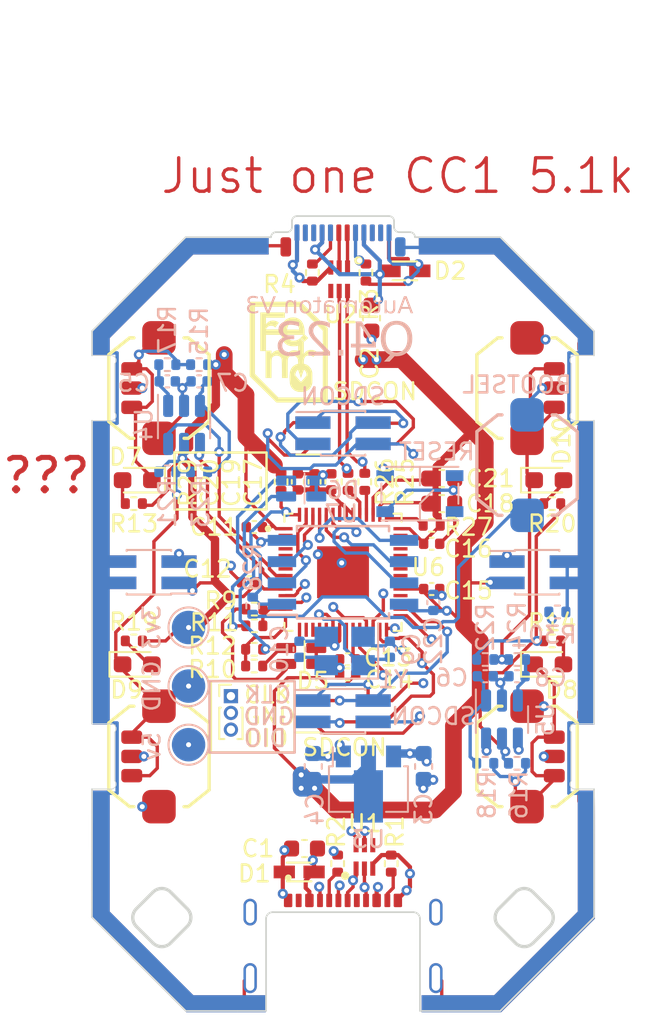
<source format=kicad_pcb>
(kicad_pcb (version 20221018) (generator pcbnew)
  (layers (0 "F.Cu" signal) (1 "In1.Cu" signal) (2 "In2.Cu" signal) (31 "B.Cu" signal) (34 "B.Paste" user) (35 "F.Paste" user) (36 "B.SilkS" user "B.Silkscreen") (37 "F.SilkS" user "F.Silkscreen") (38 "B.Mask" user) (39 "F.Mask" user) (44 "Edge.Cuts" user))
  (net 0 "")
  (net 1 "Net-(BOOTSEL1-Pad1)")
  (net 2 "GND")
  (net 3 "+3V3")
  (net 4 "Vdd")
  (net 5 "Net-(U1-D_2)")
  (net 6 "Net-(U1-D_1)")
  (net 7 "SHIELD")
  (net 8 "Net-(J2-CC1)")
  (net 10 "Net-(J2-CC2)")
  (net 12 "Net-(D5-A1)")
  (net 13 "Net-(D5-A2)")
  (net 14 "D-")
  (net 15 "D+")
  (net 16 "Net-(J1-CC1)")
  (net 18 "Net-(J1-CC2)")
  (net 23 "SD_CS")
  (net 24 "MOSI")
  (net 32 "Net-(U6-XIN)")
  (net 33 "SCK")
  (net 34 "MISO")
  (net 35 "Net-(U6-XOUT)")
  (net 36 "Net-(U6-RUN)")
  (net 44 "SW_1")
  (net 45 "SW_2")
  (net 46 "SW_3")
  (net 50 "Net-(U6-ADC_AVDD)")
  (net 51 "DBUG_SWCLK")
  (net 52 "DBUG_SWDIO")
  (net 53 "SW_4")
  (net 54 "LED_STATUS_RED")
  (net 55 "LED_STATUS_GREEN")
  (net 56 "Net-(U6-USB_D-)")
  (net 57 "Net-(U6-USB_D+)")
  (net 58 "Net-(U6-QSPI_SD3)")
  (net 59 "Net-(U6-QSPI_SCLK)")
  (net 60 "Net-(U6-QSPI_SD0)")
  (net 61 "Net-(U6-QSPI_SD2)")
  (net 62 "Net-(U6-QSPI_SD1)")
  (net 63 "Net-(U6-~{QSPI_CS})")
  (net 66 "Net-(D9-K)")
  (net 67 "Net-(D7-K)")
  (net 68 "Net-(D8-K)")
  (net 69 "Net-(D7-A)")
  (net 70 "Net-(C5-Pad1)")
  (net 71 "Net-(D8-A)")
  (net 72 "Net-(C6-Pad1)")
  (net 73 "Net-(D9-A)")
  (net 74 "Net-(C7-Pad1)")
  (net 75 "Net-(C8-Pad1)")
  (net 76 "Net-(D6-A1)")
  (net 77 "Net-(D6-A2)")
  (net 78 "Net-(D10-K)")
  (net 79 "Net-(D10-A)")
  (net 80 "U2-D+")
  (net 81 "U2-D-")
  (footprint "LED_SMD:LED_0603_1608Metric_Pad1.05x0.95mm_HandSolder" (layer "F.Cu") (at 12.3 -5.5)
    (fp_text reference "D10")
    (fp_text value "SWLED")
  )
  (footprint "Resistor_SMD:R_0402_1005Metric" (layer "F.Cu") (at -12.5 -4.1)
    (fp_text reference "R13")
    (fp_text value "750")
  )
  (footprint "Resistor_SMD:R_0402_1005Metric" (layer "F.Cu") (at -5.31 5.6)
    (fp_text reference "R10")
    (fp_text value "470")
  )
  (footprint "LED_SMD:LED_0603_1608Metric_Pad1.05x0.95mm_HandSolder" (layer "F.Cu") (at -12.3 -5.5 180)
    (fp_text reference "D7")
    (fp_text value "SWLED")
  )
  (footprint "_chips:ESD_ECMF02-2AMX6" (layer "F.Cu") (at -0.23 -17.5 -90)
    (fp_text reference "U2")
    (fp_text value "ECMF02-2AMX6" hide)
  )
  (footprint "Resistor_SMD:R_0402_1005Metric" (layer "F.Cu") (at 12.5 4.1 180)
    (fp_text reference "R14")
    (fp_text value "750")
  )
  (footprint "Connector_PinSocket_1.27mm:PinSocket_2x02_P1.27mm_Vertical_SMD" (layer "F.Cu") (at -11.6 0)
    (fp_text reference "J15" hide)
    (fp_text value "Conn_01x04_Socket")
  )
  (footprint "_basic:ESD_PGB1010603MR" (layer "F.Cu") (at 3.7 -18 180)
    (fp_text reference "D2")
    (fp_text value "D_TVS")
  )
  (footprint "Resistor_SMD:R_0402_1005Metric" (layer "F.Cu") (at -0.32 17.4 90)
    (fp_text reference "R2")
    (fp_text value "5.1k")
  )
  (footprint "Connector_PinSocket_1.27mm:PinSocket_2x02_P1.27mm_Vertical_SMD" (layer "F.Cu") (at 0 -8.3 180)
    (fp_text reference "SDCON")
    (fp_text value "Conn_01x04_Socket")
  )
  (footprint "Capacitor_SMD:C_0603_1608Metric" (layer "F.Cu") (at 1.7 -15.175 -90)
    (fp_text reference "C2")
    (fp_text value "10uF")
  )
  (footprint "V3_graphics:MIDDLE_SHIELD" (layer "F.Cu") (at 7.9 -2.5)
    (fp_text reference "Ref**" hide)
    (fp_text value "Val**" hide)
  )
  (footprint "Connector_PinSocket_1.27mm:PinSocket_2x02_P1.27mm_Vertical_SMD" (layer "F.Cu") (at 11.6 0 180)
    (fp_text reference "J14" hide)
    (fp_text value "Conn_01x04_Socket")
  )
  (footprint "Resistor_SMD:R_0402_1005Metric" (layer "F.Cu") (at -12.5 4.1)
    (fp_text reference "R19")
    (fp_text value "750")
  )
  (footprint "Capacitor_SMD:C_0402_1005Metric" (layer "F.Cu") (at 5.3 -1.7 180)
    (fp_text reference "C16")
    (fp_text value "100nF")
  )
  (footprint "LED_SMD:LED_0603_1608Metric_Pad1.05x0.95mm_HandSolder" (layer "F.Cu") (at -12.3 5.5)
    (fp_text reference "D9")
    (fp_text value "SWLED")
  )
  (footprint "Resistor_SMD:R_0402_1005Metric" (layer "F.Cu") (at 0.3 -5.4 90)
    (fp_text reference "R26")
    (fp_text value "27.4")
  )
  (footprint "Resistor_SMD:R_0402_1005Metric" (layer "F.Cu") (at 12.5 -4.1)
    (fp_text reference "R20")
    (fp_text value "750")
  )
  (footprint "_usb:MOLEX_1054440001" (layer "F.Cu") (at 0 -21.2725)
    (fp_text reference "J2" hide)
    (fp_text value "USB_C_Receptacle_USB2.0")
    (fp_line (start -4 0.96) (end -3.35 0.96) (stroke (width 0.1)) (layer "Edge.Cuts"))
    (fp_line (start -3.05 0.66) (end -3.05 0.3) (stroke (width 0.1)) (layer "Edge.Cuts"))
    (fp_line (start -2.75 0) (end 2.75 0) (stroke (width 0.1)) (layer "Edge.Cuts"))
    (fp_line (start 3.05 0.3) (end 3.05 0.66) (stroke (width 0.1)) (layer "Edge.Cuts"))
    (fp_line (start 3.35 0.96) (end 4 0.96) (stroke (width 0.1)) (layer "Edge.Cuts"))
    (fp_arc (start -4.3 1.26) (mid -4.212132 1.047868) (end -4 0.96) (stroke (width 0.1)) (layer "Edge.Cuts"))
    (fp_arc (start -3.05 0.3) (mid -2.962132 0.087868) (end -2.75 0) (stroke (width 0.1)) (layer "Edge.Cuts"))
    (fp_arc (start -3.05 0.66) (mid -3.137868 0.872132) (end -3.35 0.96) (stroke (width 0.1)) (layer "Edge.Cuts"))
    (fp_arc (start 2.75 0) (mid 2.962132 0.087868) (end 3.05 0.3) (stroke (width 0.1)) (layer "Edge.Cuts"))
    (fp_arc (start 3.35 0.96) (mid 3.137868 0.872132) (end 3.05 0.66) (stroke (width 0.1)) (layer "Edge.Cuts"))
    (fp_arc (start 4 0.96) (mid 4.212132 1.047868) (end 4.3 1.26) (stroke (width 0.1)) (layer "Edge.Cuts"))
  )
  (footprint "_usb:RUICHI_TYPE-C_16PF-076" (layer "F.Cu") (at 0 26.2)
    (fp_text reference "J1" hide)
    (fp_text value "USB_C_Receptacle_USB2.0")
    (fp_line (start -6.3 0) (end -4.6 0) (stroke (width 0.1)) (layer "Edge.Cuts"))
    (fp_line (start -4.6 0) (end -4.6 -5.5) (stroke (width 0.1)) (layer "Edge.Cuts"))
    (fp_line (start -4.2 -5.9) (end 4.2 -5.9) (stroke (width 0.1)) (layer "Edge.Cuts"))
    (fp_line (start 4.6 -5.5) (end 4.6 0) (stroke (width 0.1)) (layer "Edge.Cuts"))
    (fp_line (start 4.6 0) (end 6.3 0) (stroke (width 0.1)) (layer "Edge.Cuts"))
    (fp_arc (start -4.6 -5.5) (mid -4.482843 -5.782843) (end -4.2 -5.9) (stroke (width 0.1)) (layer "Edge.Cuts"))
    (fp_arc (start 4.2 -5.9) (mid 4.482843 -5.782843) (end 4.6 -5.5) (stroke (width 0.1)) (layer "Edge.Cuts"))
  )
  (footprint "_buttons:SWSIDE_SMD_PAN_EVPAE" (layer "F.Cu") (at -15 11 -90)
    (fp_text reference "SW6" hide)
    (fp_text value "SW_SPST")
    (fp_line (start -1.95 -1.14) (end -1.95 0) (stroke (width 0.05)) (layer "Edge.Cuts"))
    (fp_line (start 1.45 -1.35) (end -1.45 -1.35) (stroke (width 0.05)) (layer "Edge.Cuts"))
    (fp_line (start 1.95 0) (end 1.95 -1.14) (stroke (width 0.05)) (layer "Edge.Cuts"))
    (fp_arc (start -1.95 -1.14) (mid -1.770159 -1.412045) (end -1.45 -1.35) (stroke (width 0.05)) (layer "Edge.Cuts"))
    (fp_arc (start 1.45 -1.35) (mid 1.770161 -1.412048) (end 1.95 -1.14) (stroke (width 0.05)) (layer "Edge.Cuts"))
  )
  (footprint "Capacitor_SMD:C_0402_1005Metric" (layer "F.Cu") (at 0.28 6.1)
    (fp_text reference "C14")
    (fp_text value "100nF")
  )
  (footprint "_buttons:SW_SMD_PAN_EVPAS" (layer "F.Cu") (at 11 -11 90)
    (fp_text reference "SW4" hide)
    (fp_text value "SW_SPST")
  )
  (footprint "Capacitor_SMD:C_0603_1608Metric" (layer "F.Cu") (at 5.9 -4.1 180)
    (fp_text reference "C18")
    (fp_text value "1uF")
  )
  (footprint "Resistor_SMD:R_0402_1005Metric" (layer "F.Cu") (at 2.88 17.4 90)
    (fp_text reference "R1")
    (fp_text value "5.1k")
  )
  (footprint "_buttons:SWSIDE_SMD_PAN_EVPAE" (layer "F.Cu") (at 15 11 90)
    (fp_text reference "SW7" hide)
    (fp_text value "SW_SPST")
    (fp_line (start -1.95 -1.14) (end -1.95 0) (stroke (width 0.05)) (layer "Edge.Cuts"))
    (fp_line (start 1.45 -1.35) (end -1.45 -1.35) (stroke (width 0.05)) (layer "Edge.Cuts"))
    (fp_line (start 1.95 0) (end 1.95 -1.14) (stroke (width 0.05)) (layer "Edge.Cuts"))
    (fp_arc (start -1.95 -1.14) (mid -1.770159 -1.412045) (end -1.45 -1.35) (stroke (width 0.05)) (layer "Edge.Cuts"))
    (fp_arc (start 1.45 -1.35) (mid 1.770161 -1.412048) (end 1.95 -1.14) (stroke (width 0.05)) (layer "Edge.Cuts"))
  )
  (footprint "MountingHole:MountingHole_3.2mm_M3" (layer "F.Cu") (at -6 14)
    (fp_text reference "REF**" hide)
    (fp_text value "MountingHole_3.2mm_M3")
  )
  (footprint "_buttons:SW_SMD_PAN_EVPAS" (layer "F.Cu") (at -11 -11 -90)
    (fp_text reference "SW1" hide)
    (fp_text value "SW_SPST")
  )
  (footprint "Resistor_SMD:R_0402_1005Metric" (layer "F.Cu") (at -5.31 4.6)
    (fp_text reference "R12")
    (fp_text value "470")
  )
  (footprint "Resistor_SMD:R_0402_1005Metric" (layer "F.Cu") (at -3.7 -5.4 90)
    (fp_text reference "R29")
    (fp_text value "10k DNP")
  )
  (footprint "Capacitor_SMD:C_0402_1005Metric" (layer "F.Cu") (at -5.6 0.6)
    (fp_text reference "C12")
    (fp_text value "100nF")
  )
  (footprint "Resistor_SMD:R_0402_1005Metric" (layer "F.Cu") (at -5.3 2.2 180)
    (fp_text reference "R9")
    (fp_text value "750")
  )
  (footprint "Capacitor_SMD:C_0603_1608Metric" (layer "F.Cu") (at 5.9 -5.6 180)
    (fp_text reference "C21")
    (fp_text value "10uF")
  )
  (footprint "Capacitor_SMD:C_0402_1005Metric" (layer "F.Cu") (at -2.7 -5.4 -90)
    (fp_text reference "C20")
    (fp_text value "100nF")
  )
  (footprint "Capacitor_SMD:C_0402_1005Metric" (layer "F.Cu") (at 0.28 5.2)
    (fp_text reference "C13")
    (fp_text value "100nF")
  )
  (footprint "_chips:ESD_ECMF02-2AMX6" (layer "F.Cu") (at 1.28 17 90)
    (fp_text reference "U1")
    (fp_text value "ECMF02-2AMX6" hide)
  )
  (footprint "_buttons:SW_SMD_PAN_EVPAS" (layer "F.Cu") (at 11 11 90)
    (fp_text reference "SW3" hide)
    (fp_text value "SW_SPST")
  )
  (footprint "_buttons:SWSIDE_SMD_PAN_EVPAE" (layer "F.Cu") (at 15 -11 90)
    (fp_text reference "SW8" hide)
    (fp_text value "SW_SPST")
    (fp_line (start -1.95 -1.14) (end -1.95 0) (stroke (width 0.05)) (layer "Edge.Cuts"))
    (fp_line (start 1.45 -1.35) (end -1.45 -1.35) (stroke (width 0.05)) (layer "Edge.Cuts"))
    (fp_line (start 1.95 0) (end 1.95 -1.14) (stroke (width 0.05)) (layer "Edge.Cuts"))
    (fp_arc (start -1.95 -1.14) (mid -1.770159 -1.412045) (end -1.45 -1.35) (stroke (width 0.05)) (layer "Edge.Cuts"))
    (fp_arc (start 1.45 -1.35) (mid 1.770161 -1.412048) (end 1.95 -1.14) (stroke (width 0.05)) (layer "Edge.Cuts"))
  )
  (footprint "Capacitor_SMD:C_0402_1005Metric" (layer "F.Cu") (at -0.7 -5.4 -90)
    (fp_text reference "C17")
    (fp_text value "100nF")
  )
  (footprint "Capacitor_SMD:C_0402_1005Metric" (layer "F.Cu") (at -5.3 -2.7)
    (fp_text reference "C11")
    (fp_text value "100nF")
  )
  (footprint "Resistor_SMD:R_0402_1005Metric" (layer "F.Cu") (at 5.3 -2.8 180)
    (fp_text reference "R27")
    (fp_text value "1")
  )
  (footprint "Capacitor_SMD:C_0402_1005Metric" (layer "F.Cu") (at -1.7 -5.4 -90)
    (fp_text reference "C19")
    (fp_text value "100nF")
  )
  (footprint "_led:LED_RG_KPHBM-2012" (layer "F.Cu") (at -2.5 5 180)
    (fp_text reference "D5")
    (fp_text value "KPHBM-2012")
  )
  (footprint "LED_SMD:LED_0603_1608Metric_Pad1.05x0.95mm_HandSolder" (layer "F.Cu") (at 12.3 5.5)
    (fp_text reference "D8")
    (fp_text value "SWLED")
  )
  (footprint "_chips:MK_RP2040" (layer "F.Cu") (at 0 0)
    (fp_text reference "U6")
    (fp_text value "RP2040")
  )
  (footprint "_buttons:SW_SMD_PAN_EVPAS" (layer "F.Cu") (at -11 11 -90)
    (fp_text reference "SW2" hide)
    (fp_text value "SW_SPST")
  )
  (footprint "Capacitor_SMD:C_0603_1608Metric" (layer "F.Cu") (at -2.3 16.5 180)
    (fp_text reference "C1")
    (fp_text value "10uF")
  )
  (footprint "_basic:ESD_PGB1010603MR" (layer "F.Cu") (at -2.62 17.9)
    (fp_text reference "D1")
    (fp_text value "D_TVS")
  )
  (footprint "_buttons:SWSIDE_SMD_PAN_EVPAE" (layer "F.Cu") (at -15 -11 -90)
    (fp_text reference "SW5" hide)
    (fp_text value "SW_SPST")
    (fp_line (start -1.95 -1.14) (end -1.95 0) (stroke (width 0.05)) (layer "Edge.Cuts"))
    (fp_line (start 1.45 -1.35) (end -1.45 -1.35) (stroke (width 0.05)) (layer "Edge.Cuts"))
    (fp_line (start 1.95 0) (end 1.95 -1.14) (stroke (width 0.05)) (layer "Edge.Cuts"))
    (fp_arc (start -1.95 -1.14) (mid -1.770159 -1.412045) (end -1.45 -1.35) (stroke (width 0.05)) (layer "Edge.Cuts"))
    (fp_arc (start 1.45 -1.35) (mid 1.770161 -1.412048) (end 1.95 -1.14) (stroke (width 0.05)) (layer "Edge.Cuts"))
  )
  (footprint "MountingHole:MountingHole_3.2mm_M3" (layer "F.Cu") (at 6 -14)
    (fp_text reference "REF**" hide)
    (fp_text value "MountingHole_3.2mm_M3")
  )
  (footprint "Capacitor_SMD:C_0402_1005Metric" (layer "F.Cu") (at 5.3 1 180)
    (fp_text reference "C15")
    (fp_text value "100nF")
  )
  (footprint "Connector_PinSocket_1.27mm:PinSocket_2x02_P1.27mm_Vertical_SMD" (layer "F.Cu") (at 0 8.3 180)
    (fp_text reference "SDCON")
    (fp_text value "Conn_01x04_Pin")
  )
  (footprint "Resistor_SMD:R_0402_1005Metric" (layer "F.Cu") (at -1.83 -17.9 -90)
    (fp_text reference "R4")
    (fp_text value "5.1k")
  )
  (footprint "Resistor_SMD:R_0402_1005Metric" (layer "F.Cu") (at 1.3 -5.4 90)
    (fp_text reference "R25")
    (fp_text value "27.4")
  )
  (footprint "V3_graphics:logo" (layer "F.Cu") (at -0.8 -20.1 90)
    (fp_text reference "Ref**" hide)
    (fp_text value "Val**" hide)
  )
  (footprint "Resistor_SMD:R_0402_1005Metric" (layer "F.Cu") (at -5.3 3.2 180)
    (fp_text reference "R11")
    (fp_text value "750")
  )
  (footprint "Resistor_SMD:R_0402_1005Metric" (layer "F.Cu") (at 1.37 -17.9 -90)
    (fp_text reference "R3")
    (fp_text value "5.1k")
  )
  (footprint "Connector_PinHeader_1.00mm:PinHeader_1x03_P1.00mm_Vertical" (layer "F.Cu") (at -6.7 7.4)
    (fp_text reference "DEBUG" hide)
    (fp_text value "DEBUG")
  )
  (footprint "Resistor_SMD:R_0402_1005Metric" (layer "B.Cu") (at 8.5 11.41)
    (fp_text reference "R18")
    (fp_text value "10k")
  )
  (footprint "TestPoint:TestPoint_Pad_D2.0mm" (layer "B.Cu") (at -9.23 6.8 -90)
    (fp_text reference "GND")
    (fp_text value "TestPoint")
  )
  (footprint "Connector_PinSocket_1.27mm:PinSocket_2x02_P1.27mm_Vertical_SMD" (layer "B.Cu") (at 0 -8.3 180)
    (fp_text reference "SDCON")
    (fp_text value "Conn_01x04_Socket")
  )
  (footprint "Capacitor_SMD:C_0603_1608Metric" (layer "B.Cu") (at 4.82 11.6 -90)
    (fp_text reference "C3")
    (fp_text value "10uF")
  )
  (footprint "_buttons:SW_SMD_PAN_EVPAS" (layer "B.Cu") (at 11 -6.4 90)
    (fp_text reference "BOOTSEL")
    (fp_text value "BOOTSEL")
  )
  (footprint "Package_TO_SOT_SMD:SOT-89-3" (layer "B.Cu") (at 1.52 12.95 -90)
    (fp_text reference "U3")
    (fp_text value "AMS1117-3.3")
  )
  (footprint "Resistor_SMD:R_0402_1005Metric" (layer "B.Cu") (at -10.5 -12.4)
    (fp_text reference "R17")
    (fp_text value "10k")
  )
  (footprint "Resistor_SMD:R_0402_1005Metric" (layer "B.Cu") (at -10.5 -6)
    (fp_text reference "R21")
    (fp_text value "10k")
  )
  (footprint "Resistor_SMD:R_0402_1005Metric" (layer "B.Cu") (at 10.4 11.41)
    (fp_text reference "R16")
    (fp_text value "10k")
  )
  (footprint "Capacitor_SMD:C_0402_1005Metric" (layer "B.Cu") (at 5.4 1.8 90)
    (fp_text reference "C22")
    (fp_text value "100nF")
  )
  (footprint "Capacitor_SMD:C_0603_1608Metric" (layer "B.Cu") (at -1.78 11.6 90)
    (fp_text reference "C4")
    (fp_text value "10uF")
  )
  (footprint "Connector_PinSocket_1.27mm:PinSocket_2x02_P1.27mm_Vertical_SMD" (layer "B.Cu") (at 11.6 0 180)
    (fp_text reference "J16" hide)
    (fp_text value "Conn_01x04_Socket")
  )
  (footprint "Capacitor_SMD:C_0402_1005Metric" (layer "B.Cu") (at -2.6 4.6 90)
    (fp_text reference "C10")
    (fp_text value "15pF")
  )
  (footprint "Capacitor_SMD:C_0402_1005Metric" (layer "B.Cu") (at 2.8 4.6 -90)
    (fp_text reference "C9")
    (fp_text value "15pF")
  )
  (footprint "Capacitor_SMD:C_0402_1005Metric" (layer "B.Cu") (at 8.5 6.21)
    (fp_text reference "C6")
    (fp_text value "100nF")
  )
  (footprint "TestPoint:TestPoint_Pad_D2.0mm" (layer "B.Cu") (at -9.23 3.3 -90)
    (fp_text reference "3v3")
    (fp_text value "TestPoint")
  )
  (footprint "Resistor_SMD:R_0402_1005Metric" (layer "B.Cu") (at 8.5 5.21)
    (fp_text reference "R22")
    (fp_text value "10k")
  )
  (footprint "Package_TO_SOT_SMD:SOT-23-6" (layer "B.Cu") (at -9.5 -8.8 -90)
    (fp_text reference "U4")
    (fp_text value "SN74LVC2G17")
  )
  (footprint "Connector_PinSocket_1.27mm:PinSocket_2x02_P1.27mm_Vertical_SMD" (layer "B.Cu") (at -11.6 0)
    (fp_text reference "J17" hide)
    (fp_text value "Conn_01x04_Socket")
  )
  (footprint "_led:LED_RG_KPHBM-2012" (layer "B.Cu") (at -2.5 -5 180)
    (fp_text reference "D6")
    (fp_text value "KPHBM-2012")
  )
  (footprint "Resistor_SMD:R_0402_1005Metric" (layer "B.Cu") (at -8.6 -6 180)
    (fp_text reference "R23")
    (fp_text value "10k")
  )
  (footprint "Capacitor_SMD:C_0402_1005Metric" (layer "B.Cu") (at -8.6 -11.4 180)
    (fp_text reference "C7")
    (fp_text value "100nF")
  )
  (footprint "Resistor_SMD:R_0402_1005Metric" (layer "B.Cu") (at -5.4 2 90)
    (fp_text reference "R28")
    (fp_text value "1k")
  )
  (footprint "Resistor_SMD:R_0402_1005Metric" (layer "B.Cu") (at 10.4 5.21 180)
    (fp_text reference "R24")
    (fp_text value "10k")
  )
  (footprint "Package_SO:SOIC-8W_5.3x5.3mm_P1.27mm" (layer "B.Cu") (at 0 0)
    (fp_text reference "U7")
    (fp_text value "W25Q128JVPIQ")
  )
  (footprint "Resistor_SMD:R_0402_1005Metric" (layer "B.Cu") (at 12.81 2.37 180)
    (fp_text reference "R30")
    (fp_text value "1M")
  )
  (footprint "Connector_PinSocket_1.27mm:PinSocket_2x02_P1.27mm_Vertical_SMD" (layer "B.Cu") (at 0 8.3 180)
    (fp_text reference "SDCON")
    (fp_text value "Conn_01x04_Pin")
  )
  (footprint "Package_TO_SOT_SMD:SOT-23-6" (layer "B.Cu") (at 9.5 8.8 -90)
    (fp_text reference "U5")
    (fp_text value "SN74LVC2G17")
  )
  (footprint "_buttons:SW_SMD_C&K_(PTS810SJ)" (layer "B.Cu") (at 4.595 -4.695)
    (fp_text reference "RESET")
    (fp_text value "SW_Push")
  )
  (footprint "TestPoint:TestPoint_Pad_D2.0mm" (layer "B.Cu") (at -9.23 10.3 -90)
    (fp_text reference "5v")
    (fp_text value "TestPoint")
  )
  (footprint "Capacitor_SMD:C_0402_1005Metric" (layer "B.Cu") (at 10.4 6.21 180)
    (fp_text reference "C8")
    (fp_text value "100nF")
  )
  (footprint "Capacitor_SMD:C_0402_1005Metric" (layer "B.Cu") (at -10.5 -11.4)
    (fp_text reference "C5")
    (fp_text value "100nF")
  )
  (footprint "Resistor_SMD:R_0402_1005Metric" (layer "B.Cu") (at -8.6 -12.4 180)
    (fp_text reference "R15")
    (fp_text value "10k")
  )
  (footprint "Crystal:Crystal_SMD_3225-4Pin_3.2x2.5mm" (layer "B.Cu") (at 0.1 4.7 180)
    (fp_text reference "Y1")
    (fp_text value "Crystal_GND24_Small")
  )
  (gr_line (start 5.9 24.4) (end 5.9 25.7) (stroke (width 0.2)) (layer "F.Cu"))
  (gr_line (start -3.4 -19.5) (end -4.8 -19.5) (stroke (width 0.2)) (layer "F.Cu"))
  (gr_line (start -5.9 24.4) (end -5.9 25.6) (stroke (width 0.2)) (layer "F.Cu"))
  (gr_line (start 13.5 13.2) (end 14.3 13.2) (stroke (width 0.2)) (layer "B.Cu"))
  (gr_line (start 13.5 9) (end 13.5 13.2) (stroke (width 0.2)) (layer "B.Cu"))
  (gr_line (start -13.5 -8.9) (end -13.5 -13.1) (stroke (width 0.2)) (layer "B.Cu"))
  (gr_line (start 13.5 -13.1) (end 13.5 -8.9) (stroke (width 0.2)) (layer "B.Cu"))
  (gr_line (start 3.4 -19.4) (end 4.8 -19.4) (stroke (width 0.2)) (layer "B.Cu"))
  (gr_line (start 14.3 9) (end 13.5 9) (stroke (width 0.2)) (layer "B.Cu"))
  (gr_line (start -13.5 9) (end -14.3 9) (stroke (width 0.2)) (layer "B.Cu"))
  (gr_line (start -13.5 -13.1) (end -14.3 -13.1) (stroke (width 0.2)) (layer "B.Cu"))
  (gr_line (start -14.3 13.2) (end -13.5 13.2) (stroke (width 0.2)) (layer "B.Cu"))
  (gr_line (start 14.3 -13.1) (end 13.5 -13.1) (stroke (width 0.2)) (layer "B.Cu"))
  (gr_line (start -14.3 -8.9) (end -13.5 -8.9) (stroke (width 0.2)) (layer "B.Cu"))
  (gr_line (start -13.5 13.2) (end -13.5 9) (stroke (width 0.2)) (layer "B.Cu"))
  (gr_line (start 13.5 -8.9) (end 14.3 -8.9) (stroke (width 0.2)) (layer "B.Cu"))
  (gr_rect (start -7.98 6.5) (end -2.89 10.77) (stroke (width 0.15)) (fill none) (layer "B.SilkS"))
  (gr_rect (start -10.07 -7.15) (end -4.57 -3.75) (stroke (width 0.15)) (fill none) (layer "F.SilkS"))
  (gr_rect (start -7.9 6.5) (end -2.9 10.76) (stroke (width 0.15)) (fill none) (layer "F.SilkS"))
  (gr_line (start -9.3121 20.0927) (end -10.2973 19.1066) (stroke (width 0.2)) (layer "Edge.Cuts"))
  (gr_line (start -15 -9.05) (end -15 9.05) (stroke (width 0.1)) (layer "Edge.Cuts"))
  (gr_curve (pts (xy 11.3583 19.1061) (xy 11.0661 18.8142) (xy 10.5903 18.8136) (xy 10.2977 19.1066)) (stroke (width 0.2)) (layer "Edge.Cuts"))
  (gr_curve (pts (xy -11.3607 22.1411) (xy -11.357 22.1448) (xy -11.3533 22.1484) (xy -11.3495 22.152)) (stroke (width 0.2)) (layer "Edge.Cuts"))
  (gr_line (start 9.3129 21.1534) (end 10.3012 22.1408) (stroke (width 0.2)) (layer "Edge.Cuts"))
  (gr_curve (pts (xy -12.3478 20.0951) (xy -12.6364 20.3836) (xy -12.6411 20.8486) (xy -12.3613 21.1425)) (stroke (width 0.2)) (layer "Edge.Cuts"))
  (gr_line (start -4.3 -20.0125) (end -9.4 -20.0125) (stroke (width 0.1)) (layer "Edge.Cuts"))
  (gr_line (start -15 12.95) (end -15.00625 20.6) (stroke (width 0.1)) (layer "Edge.Cuts"))
  (gr_line (start -9.39375 26.2) (end -15.00625 20.6) (stroke (width 0.1)) (layer "Edge.Cuts"))
  (gr_line (start -12.3475 21.1566) (end -11.3607 22.1411) (stroke (width 0.2)) (layer "Edge.Cuts"))
  (gr_line (start -15 -14.4) (end -9.4 -20.0125) (stroke (width 0.1)) (layer "Edge.Cuts"))
  (gr_curve (pts (xy 10.3012 22.1408) (xy 10.5927 22.4316) (xy 11.0629 22.4337) (xy 11.3562 22.146)) (stroke (width 0.2)) (layer "Edge.Cuts"))
  (gr_line (start 15 -14.4) (end 9.4 -20.0125) (stroke (width 0.1)) (layer "Edge.Cuts"))
  (gr_curve (pts (xy 12.3527 21.1517) (xy 12.6404 20.8588) (xy 12.639 20.3865) (xy 12.3479 20.0957)) (stroke (width 0.2)) (layer "Edge.Cuts"))
  (gr_line (start 15 -9.05) (end 15 9.05) (stroke (width 0.1)) (layer "Edge.Cuts"))
  (gr_line (start 12.3479 20.0957) (end 11.3583 19.1061) (stroke (width 0.2)) (layer "Edge.Cuts"))
  (gr_line (start 11.3562 22.146) (end 11.3611 22.1411) (stroke (width 0.2)) (layer "Edge.Cuts"))
  (gr_line (start 15 12.95) (end 15.00625 20.6) (stroke (width 0.1)) (layer "Edge.Cuts"))
  (gr_line (start -10.3009 22.1408) (end -9.3126 21.1534) (stroke (width 0.2)) (layer "Edge.Cuts"))
  (gr_curve (pts (xy -11.3495 22.152) (xy -11.0558 22.433) (xy -10.5895 22.4295) (xy -10.3009 22.1408)) (stroke (width 0.2)) (layer "Edge.Cuts"))
  (gr_curve (pts (xy 9.3124 20.0927) (xy 9.0202 20.3854) (xy 9.0202 20.8612) (xy 9.3129 21.1534)) (stroke (width 0.2)) (layer "Edge.Cuts"))
  (gr_curve (pts (xy -9.3126 21.1534) (xy -9.0196 20.8606) (xy -9.0193 20.3857) (xy -9.3121 20.0927)) (stroke (width 0.2)) (layer "Edge.Cuts"))
  (gr_line (start 9.39375 26.2) (end 15.00625 20.6) (stroke (width 0.1)) (layer "Edge.Cuts"))
  (gr_line (start 11.3611 22.1411) (end 12.3474 21.157) (stroke (width 0.2)) (layer "Edge.Cuts"))
  (gr_curve (pts (xy -10.2973 19.1066) (xy -10.5903 18.8138) (xy -11.0649 18.8131) (xy -11.358 19.1061)) (stroke (width 0.2)) (layer "Edge.Cuts"))
  (gr_line (start -11.358 19.1061) (end -12.3478 20.0951) (stroke (width 0.2)) (layer "Edge.Cuts"))
  (gr_curve (pts (xy -12.3613 21.1425) (xy -12.3568 21.1472) (xy -12.3522 21.1519) (xy -12.3475 21.1566)) (stroke (width 0.2)) (layer "Edge.Cuts"))
  (gr_line (start -9.39375 26.2) (end -6.3 26.2) (stroke (width 0.1)) (layer "Edge.Cuts"))
  (gr_line (start 12.3474 21.157) (end 12.3527 21.1517) (stroke (width 0.2)) (layer "Edge.Cuts"))
  (gr_line (start 15 -14.4) (end 15 -12.95) (stroke (width 0.1)) (layer "Edge.Cuts"))
  (gr_line (start -15 -14.4) (end -15 -12.95) (stroke (width 0.1)) (layer "Edge.Cuts"))
  (gr_line (start 4.3 -20.0125) (end 9.4 -20.0125) (stroke (width 0.1)) (layer "Edge.Cuts"))
  (gr_line (start 9.39375 26.2) (end 6.3 26.2) (stroke (width 0.1)) (layer "Edge.Cuts"))
  (gr_line (start 10.2977 19.1066) (end 9.3124 20.0927) (stroke (width 0.2)) (layer "Edge.Cuts"))
  (gr_text "???" (at -20.5 -4.6) (layer "F.Cu") (effects (font (size 2 2) (thickness 0.3)) (justify left bottom)))
  (gr_text "Just one СС1 5.1k" (at -11 -22.5) (layer "F.Cu") (effects (font (size 2 2) (thickness 0.2)) (justify left bottom)))
  (gr_text "CLK" (at -3 7.9) (layer "B.SilkS") (effects (font (size 1 1)) (justify left bottom mirror)))
  (gr_text "Q4.23" (at 4.3 -12.6) (layer "B.SilkS") (effects (font (size 2 2)) (justify left bottom mirror)))
  (gr_text "GND" (at -2.8 9.2) (layer "B.SilkS") (effects (font (size 1 1)) (justify left bottom mirror)))
  (gr_text "Automaton V3" (at 4.2 -15.3) (layer "B.SilkS") (effects (font (size 1 1)) (justify left bottom mirror)))
  (gr_text "DIO" (at -3.3 10.5) (layer "B.SilkS") (effects (font (size 1 1)) (justify left bottom mirror)))
  (gr_text "DIO" (at -5.9 10.5) (layer "F.SilkS") (effects (font (size 1 1)) (justify left bottom)))
  (gr_text "CLK" (at -6 7.9) (layer "F.SilkS") (effects (font (size 1 1)) (justify left bottom)))
  (gr_text "GND" (at -6.005 9.2) (layer "F.SilkS") (effects (font (size 1 1)) (justify left bottom)))
  (segment (start 6.9 2.7) (end 6.9 -0.3) (width 0.2) (layer "B.Cu") (net 1))
  (segment (start 1.371998 1.471999) (end 2.599999 2.7) (width 0.2) (layer "B.Cu") (net 1))
  (segment (start -1.239859 1.471999) (end 1.371998 1.471999) (width 0.2) (layer "B.Cu") (net 1))
  (segment (start 10 -3.4) (end 11 -3.4) (width 0.2) (layer "B.Cu") (net 1))
  (segment (start -5.4 2.51) (end -5.275686 2.634314) (width 0.2) (layer "B.Cu") (net 1))
  (segment (start 6.653025 2.946975) (end 6.9 2.7) (width 0.2) (layer "B.Cu") (net 1))
  (segment (start 6.9 -0.3) (end 10 -3.4) (width 0.2) (layer "B.Cu") (net 1))
  (segment (start -5.275686 2.634314) (end -2.402174 2.634314) (width 0.2) (layer "B.Cu") (net 1))
  (segment (start 2.599999 2.7) (end 3.6 2.7) (width 0.2) (layer "B.Cu") (net 1))
  (segment (start 5.97781 2.946975) (end 6.653025 2.946975) (width 0.2) (layer "B.Cu") (net 1))
  (segment (start -2.402174 2.634314) (end -1.239859 1.471999) (width 0.2) (layer "B.Cu") (net 1))
  (segment (start 3.6 2.7) (end 4.2 3.3) (width 0.2) (layer "B.Cu") (net 1))
  (segment (start 4.2 3.3) (end 5.626339 3.3) (width 0.2) (layer "B.Cu") (net 1))
  (segment (start 5.626339 3.298446) (end 5.97781 2.946975) (width 0.2) (layer "B.Cu") (net 1))
  (segment (start 5.626339 3.3) (end 5.626339 3.298446) (width 0.2) (layer "B.Cu") (net 1))
  (segment (start 4.5 -18) (end 4.5 -18.4) (width 0.25) (layer "F.Cu") (net 2))
  (segment (start -9.6 -11) (end -9.6 -9.4) (width 0.2) (layer "F.Cu") (net 2))
  (segment (start 3.8 19) (end 4 18.8) (width 0.25) (layer "F.Cu") (net 2))
  (segment (start 6.675 -2.595) (end 6.675 -4.1) (width 0.2) (layer "F.Cu") (net 2))
  (segment (start -2.6 -17.6) (end -2.39 -17.39) (width 0.25) (layer "F.Cu") (net 2))
  (segment (start -2.75 -18.61) (end -3 -18.36) (width 0.25) (layer "F.Cu") (net 2))
  (segment (start -1 4.062386) (end -1.462614 4.525) (width 0.2) (layer "F.Cu") (net 2))
  (segment (start 3.9 -17.4) (end 4.5 -18) (width 0.25) (layer "F.Cu") (net 2))
  (segment (start 4 18) (end 4 17.6) (width 0.25) (layer "F.Cu") (net 2))
  (segment (start -1.462614 4.525) (end -1.6 4.525) (width 0.2) (layer "F.Cu") (net 2))
  (segment (start -9.6 -9.4) (end -11 -8) (width 0.2) (layer "F.Cu") (net 2))
  (segment (start -1.6 4.525) (end -1.6 5.475) (width 0.2) (layer "F.Cu") (net 2))
  (segment (start -5.78 -2.7) (end -5.78 -2.68) (width 0.2) (layer "F.Cu") (net 2))
  (segment (start -1.83 -17.39) (end -1.54 -17.39) (width 0.25) (layer "F.Cu") (net 2))
  (segment (start 1.78 17.42) (end 1.78 17.7) (width 0.25) (layer "F.Cu") (net 2))
  (segment (start 4 17.6) (end 3.29 16.89) (width 0.25) (layer "F.Cu") (net 2))
  (segment (start -5.78 -2.68) (end -4.9 -1.8) (width 0.2) (layer "F.Cu") (net 2))
  (segment (start -1.7 -5.88) (end -2.7 -5.88) (width 0.2) (layer "F.Cu") (net 2))
  (segment (start -6.7 -0.02) (end -6.08 0.6) (width 0.2) (layer "F.Cu") (net 2))
  (segment (start -2.75 -20.2725) (end -2.75 -18.61) (width 0.25) (layer "F.Cu") (net 2))
  (segment (start 4.5 -18.4) (end 3.87 -18.4) (width 0.25) (layer "F.Cu") (net 2))
  (segment (start 2.795 -18.705) (end 2.75 -18.75) (width 0.25) (layer "F.Cu") (net 2))
  (segment (start -3.28 19.52) (end -3.28 19.6) (width 0.25) (layer "F.Cu") (net 2))
  (segment (start 3.29 16.89) (end 2.88 16.89) (width 0.25) (layer "F.Cu") (net 2))
  (segment (start -2.39 -17.39) (end -1.83 -17.39) (width 0.25) (layer "F.Cu") (net 2))
  (segment (start 3.7 -17.2) (end 3.9 -17.4) (width 0.2) (layer "F.Cu") (net 2))
  (segment (start 4 18.8) (end 4 18) (width 0.25) (layer "F.Cu") (net 2))
  (segment (start -3.6 19.2) (end -3.6 17.025) (width 0.25) (layer "F.Cu") (net 2))
  (segment (start 5.78 -1.7) (end 6.675 -2.595) (width 0.2) (layer "F.Cu") (net 2))
  (segment (start -3.6 17.025) (end -3.075 16.5) (width 0.25) (layer "F.Cu") (net 2))
  (segment (start -1.6 5.475) (end -0.425 5.475) (width 0.2) (layer "F.Cu") (net 2))
  (segment (start -0.425 5.475) (end -0.2 5.7) (width 0.2) (layer "F.Cu") (net 2))
  (segment (start 3.28 19.6) (end 3.28 19.52) (width 0.25) (layer "F.Cu") (net 2))
  (segment (start 1.37 -17.39) (end 1.56 -17.2) (width 0.2) (layer "F.Cu") (net 2))
  (segment (start 6.675 -5.6) (end 6.675 -4.1) (width 0.2) (layer "F.Cu") (net 2))
  (segment (start 3.28 19.52) (end 3.8 19) (width 0.25) (layer "F.Cu") (net 2))
  (segment (start 2.88 16.89) (end 2.31 16.89) (width 0.25) (layer "F.Cu") (net 2))
  (segment (start 2.31 16.89) (end 1.78 17.42) (width 0.25) (layer "F.Cu") (net 2))
  (segment (start -6.7 -0.39) (end -6.7 -0.02) (width 0.2) (layer "F.Cu") (net 2))
  (segment (start 1.56 -17.2) (end 3.7 -17.2) (width 0.2) (layer "F.Cu") (net 2))
  (segment (start 2.75 -18.75) (end 2.75 -20.2725) (width 0.25) (layer "F.Cu") (net 2))
  (segment (start 3.87 -18.705) (end 2.795 -18.705) (width 0.25) (layer "F.Cu") (net 2))
  (segment (start -0.7 -5.88) (end -1.7 -5.88) (width 0.2) (layer "F.Cu") (net 2))
  (segment (start -1 3.435) (end -1 4.062386) (width 0.2) (layer "F.Cu") (net 2))
  (segment (start -1.54 -17.39) (end -0.73 -18.2) (width 0.25) (layer "F.Cu") (net 2))
  (segment (start -3.6 19.2) (end -3.28 19.52) (width 0.25) (layer "F.Cu") (net 2))
  (segment (start 3.87 -18.4) (end 3.87 -18.705) (width 0.25) (layer "F.Cu") (net 2))
  (via (at 11.9 -11) (size 0.6) (drill 0.3) (layers "F.Cu" "B.Cu") (net 2))
  (via (at 3.57 4.66) (size 0.6) (drill 0.3) (layers "F.Cu" "B.Cu") (net 2))
  (via (at -12 -11) (size 0.6) (drill 0.3) (layers "F.Cu" "B.Cu") (net 2))
  (via (at 12 8) (size 0.6) (drill 0.3) (layers "F.Cu" "B.Cu") (net 2))
  (via (at -1.49866 -1.068935) (size 0.6) (drill 0.3) (layers "F.Cu" "B.Cu") (net 2))
  (via (at 4.5 -18.4) (size 0.6) (drill 0.3) (layers "F.Cu" "B.Cu") (net 2))
  (via (at -9.6 -11) (size 0.6) (drill 0.3) (layers "F.Cu" "B.Cu") (net 2))
  (via (at -3.6 19.2) (size 0.6) (drill 0.3) (layers "F.Cu" "B.Cu") (net 2))
  (via (at -6.7 -0.39) (size 0.6) (drill 0.3) (layers "F.Cu" "B.Cu") (net 2))
  (via (at -3.5 16.6) (size 0.6) (drill 0.3) (layers "F.Cu" "B.Cu") (net 2))
  (via (at -0.1995 10.3) (size 0.6) (drill 0.3) (layers "F.Cu" "B.Cu") (net 2))
  (via (at -3 -18.36) (size 0.6) (drill 0.3) (layers "F.Cu" "B.Cu") (net 2))
  (via (at 12.48 2.79) (size 0.6) (drill 0.3) (layers "F.Cu" "B.Cu") (net 2))
  (via (at 1.7 -13.9) (size 0.6) (drill 0.3) (layers "F.Cu" "B.Cu") (net 2))
  (via (at 3.9 -17.4) (size 0.6) (drill 0.3) (layers "F.Cu" "B.Cu") (net 2))
  (via (at 3.8 19) (size 0.6) (drill 0.3) (layers "F.Cu" "B.Cu") (net 2))
  (via (at -9.23 6.8) (size 0.6) (drill 0.3) (layers "F.Cu" "B.Cu") (net 2))
  (via (at -0.556 16.656) (size 0.6) (drill 0.3) (layers "F.Cu" "B.Cu") (net 2))
  (via (at -12 14) (size 0.6) (drill 0.3) (layers "F.Cu" "B.Cu") (net 2))
  (via (at 4 18) (size 0.6) (drill 0.3) (layers "F.Cu" "B.Cu") (net 2))
  (via (at -0.9 11) (size 0.6) (drill 0.3) (layers "F.Cu" "B.Cu") (net 2))
  (via (at -1.2 -5.8) (size 0.6) (drill 0.3) (layers "F.Cu" "B.Cu") (net 2))
  (via (at 9.4 6.6) (size 0.6) (drill 0.3) (layers "F.Cu" "B.Cu") (net 2))
  (via (at -4.9 -1.8) (size 0.6) (drill 0.3) (layers "F.Cu" "B.Cu") (net 2))
  (via (at 5.39 12.4) (size 0.6) (drill 0.3) (layers "F.Cu" "B.Cu") (net 2))
  (via (at -2.6 -17.6) (size 0.6) (drill 0.3) (layers "F.Cu" "B.Cu") (net 2))
  (via (at -9.8 -1.1) (size 0.6) (drill 0.3) (layers "F.Cu" "B.Cu") (net 2))
  (via (at -0.08 -0.56) (size 0.6) (drill 0.3) (layers "F.Cu" "B.Cu") (net 2))
  (via (at 12.1 -13.9) (size 0.6) (drill 0.3) (layers "F.Cu" "B.Cu") (net 2))
  (via (at 6.6 -4.9) (size 0.6) (drill 0.3) (layers "F.Cu" "B.Cu") (net 2))
  (via (at -11.9 11) (size 0.6) (drill 0.3) (layers "F.Cu" "B.Cu") (net 2))
  (via (at 9.8 -1) (size 0.6) (drill 0.3) (layers "F.Cu" "B.Cu") (net 2))
  (via (at 12 11) (size 0.6) (drill 0.3) (layers "F.Cu" "B.Cu") (net 2))
  (via (at 5.9 1.4) (size 0.6) (drill 0.3) (layers "F.Cu" "B.Cu") (net 2))
  (via (at 4.8 12.9) (size 0.6) (drill 0.3) (layers "F.Cu" "B.Cu") (net 2))
  (via (at -0.2 5.7) (size 0.6) (drill 0.3) (layers "F.Cu" "B.Cu") (net 2))
  (segment (start 8.98 6.21) (end 9.5 6.73) (width 0.2) (layer "B.Cu") (net 2))
  (segment (start -3 -18.36) (end -3 -18) (width 0.25) (layer "B.Cu") (net 2))
  (segment (start 3.57 4.66) (end 3.34 4.66) (width 0.2) (layer "B.Cu") (net 2))
  (segment (start -9.6 -11) (end -9.6 -10.0375) (width 0.2) (layer "B.Cu") (net 2))
  (segment (start 3.9 -17.4) (end 4.5 -18) (width 0.2) (layer "B.Cu") (net 2))
  (segment (start 3 -18.4) (end 2.75 -18.65) (width 0.2) (layer "B.Cu") (net 2))
  (segment (start -4.795 -1.905) (end -4.9 -1.8) (width 0.2) (layer "B.Cu") (net 2))
  (segment (start 9.92 6.21) (end 9.79 6.21) (width 0.2) (layer "B.Cu") (net 2))
  (segment (start 2.75 -18.65) (end 2.75 -20.2725) (width 0.2) (layer "B.Cu") (net 2))
  (segment (start 0.02 11) (end -1.605 11) (width 0.5) (layer "B.Cu") (net 2))
  (segment (start -9.2 -11.4) (end -9.6 -11) (width 0.2) (layer "B.Cu") (net 2))
  (segment (start -1.6 -5.475) (end -1.525 -5.475) (width 0.2) (layer "B.Cu") (net 2))
  (segment (start -1.47 5.08) (end -1 5.55) (width 0.2) (layer "B.Cu") (net 2))
  (segment (start -2.75 -20.2725) (end -2.75 -18.61) (width 0.25) (layer "B.Cu") (net 2))
  (segment (start -1.525 -5.475) (end -1.2 -5.8) (width 0.2) (layer "B.Cu") (net 2))
  (segment (start 4.5 -18) (end 4.5 -18.4) (width 0.2) (layer "B.Cu") (net 2))
  (segment (start -1.6 -4.525) (end -1.6 -5.475) (width 0.2) (layer "B.Cu") (net 2))
  (segment (start -3 -18) (end -2.6 -17.6) (width 0.25) (layer "B.Cu") (net 2))
  (segment (start 2.525674 4.394326) (end 2.8 4.12) (width 0.2) (layer "B.Cu") (net 2))
  (segment (start 3.34 4.66) (end 2.8 4.12) (width 0.2) (layer "B.Cu") (net 2))
  (segment (start -10 -11.4) (end -9.6 -11) (width 0.2) (layer "B.Cu") (net 2))
  (segment (start 9.79 6.21) (end 9.4 6.6) (width 0.2) (layer "B.Cu") (net 2))
  (segment (start -3.65 -1.905) (end -4.795 -1.905) (width 0.2) (layer "B.Cu") (net 2))
  (segment (start 2.52 -3.62) (end 3.8 -4.9) (width 0.2) (layer "B.Cu") (net 2))
  (segment (start 3.8 -4.9) (end 6.6 -4.9) (width 0.2) (layer "B.Cu") (net 2))
  (segment (start -1 5.55) (end -0.55 5.55) (width 0.2) (layer "B.Cu") (net 2))
  (segment (start -1.605 11) (end -1.78 10.825) (width 0.5) (layer "B.Cu") (net 2))
  (segment (start 1.2 3.85) (end 1.744326 4.394326) (width 0.2) (layer "B.Cu") (net 2))
  (segment (start 11 -9.4) (end 11 -10.1) (width 0.2) (layer "B.Cu") (net 2))
  (segment (start -9.6 -10.0375) (end -9.5 -9.9375) (width 0.2) (layer "B.Cu") (net 2))
  (segment (start -2.6 5.08) (end -1.47 5.08) (width 0.2) (layer "B.Cu") (net 2))
  (segment (start -2.75 -18.61) (end -3 -18.36) (width 0.25) (layer "B.Cu") (net 2))
  (segment (start 1.744326 4.394326) (end 2.525674 4.394326) (width 0.2) (layer "B.Cu") (net 2))
  (segment (start -9.08 -11.4) (end -9.2 -11.4) (width 0.2) (layer "B.Cu") (net 2))
  (segment (start 11 -10.1) (end 11.9 -11) (width 0.2) (layer "B.Cu") (net 2))
  (segment (start -10.02 -11.4) (end -10 -11.4) (width 0.2) (layer "B.Cu") (net 2))
  (segment (start 4.5 -18.4) (end 3 -18.4) (width 0.2) (layer "B.Cu") (net 2))
  (segment (start 9.5 6.73) (end 9.5 7.6625) (width 0.2) (layer "B.Cu") (net 2))
  (segment (start -11.99 4.1) (end -10.6 4.1) (width 0.2) (layer "F.Cu") (net 3))
  (segment (start 0.2 4.64) (end 0.2 3.435) (width 0.2) (layer "F.Cu") (net 3))
  (segment (start -7.735 0.635) (end -7.65 0.55) (width 0.2) (layer "F.Cu") (net 3))
  (segment (start -3.7 -5.91) (end -3.69 -5.91) (width 0.2) (layer "F.Cu") (net 3))
  (segment (start -0.7 -4.92) (end -0.7 -4.687481) (width 0.2) (layer "F.Cu") (net 3))
  (segment (start 2 -12.7) (end 3.5 -12.7) (width 1) (layer "F.Cu") (net 3))
  (segment (start 4.82 -1.7) (end 4.82 -1.755749) (width 0.2) (layer "F.Cu") (net 3))
  (segment (start 2 -12.7) (end 1.2 -12.7) (width 1) (layer "F.Cu") (net 3))
  (segment (start 4.82 -1.755749) (end 3.975749 -2.6) (width 0.2) (layer "F.Cu") (net 3))
  (segment (start -7.1 -13) (end -7.1 -11.9) (width 1) (layer "F.Cu") (net 3))
  (segment (start 8.8 0.6) (end 8.765 0.635) (width 0.2) (layer "F.Cu") (net 3))
  (segment (start 5.5 14.2) (end 6.6 13.1) (width 1) (layer "F.Cu") (net 3))
  (segment (start -6.9 1.5) (end -6.9 1.3) (width 0.5) (layer "F.Cu") (net 3))
  (segment (start -4.1 10.5) (end -2.5 12.1) (width 0.2) (layer "F.Cu") (net 3))
  (segment (start 9.8 0.635) (end 8.835 0.635) (width 0.2) (layer "F.Cu") (net 3))
  (segment (start 8.2 9.2) (end 8.2 7.575) (width 0.2) (layer "F.Cu") (net 3))
  (segment (start -11.4 -4) (end -10.4 -5) (width 0.2) (layer "F.Cu") (net 3))
  (segment (start -5.8 -10.6) (end -5.8 -8.1) (width 1) (layer "F.Cu") (net 3))
  (segment (start -7.1 -11.9) (end -5.8 -10.6) (width 1) (layer "F.Cu") (net 3))
  (segment (start 0.6 5.04) (end 0.6 3.435) (width 0.2) (layer "F.Cu") (net 3))
  (segment (start 9.558529 6) (end 8.2 6) (width 0.2) (layer "F.Cu") (net 3))
  (segment (start 4.82 -1.7) (end 4.82 -1.81) (width 0.2) (layer "F.Cu") (net 3))
  (segment (start 8.2 7.575) (end 8.2 6) (width 1) (layer "F.Cu") (net 3))
  (segment (start 8.765 0.635) (end 7.335 0.635) (width 0.2) (layer "F.Cu") (net 3))
  (segment (start -10.4 -5) (end -10.4 -6.048529) (width 0.2) (layer "F.Cu") (net 3))
  (segment (start -5.95 1.45) (end -6.85 1.45) (width 0.2) (layer "F.Cu") (net 3))
  (segment (start -7.65 -1.95) (end -9 -3.3) (width 0.5) (layer "F.Cu") (net 3))
  (segment (start -6.9 1.3) (end -7.65 0.55) (width 0.5) (layer "F.Cu") (net 3))
  (segment (start 2.845183 -5.5) (end 1.8 -4.454817) (width 0.2) (layer "F.Cu") (net 3))
  (segment (start 3.5 -12.7) (end 8.5 -7.7) (width 1) (layer "F.Cu") (net 3))
  (segment (start -0.2 -4.187481) (end -0.2 -3.435) (width 0.2) (layer "F.Cu") (net 3))
  (segment (start 2.2 -3.967548) (end 2.2 -3.435) (width 0.2) (layer "F.Cu") (net 3))
  (segment (start 6.2 2.3) (end 6.393578 2.3) (width 0.2) (layer "F.Cu") (net 3))
  (segment (start 5.6 -3.445498) (end 5.645498 -3.4) (width 0.5) (layer "F.Cu") (net 3))
  (segment (start -4.1 7.1) (end -4.1 10.5) (width 0.2) (layer "F.Cu") (net 3))
  (segment (start -4.72 1) (end -5.12 0.6) (width 0.2) (layer "F.Cu") (net 3))
  (segment (start 5.645498 -3.4) (end 5.645498 -3.579502) (width 0.2) (layer "F.Cu") (net 3))
  (segment (start -9.2 -8.4) (end -7.6 -10) (width 0.5) (layer "F.Cu") (net 3))
  (segment (start -7.65 0.55) (end -7.65 -1.95) (width 0.5) (layer "F.Cu") (net 3))
  (segment (start 11.55 -2.15) (end 11.55 4.05) (width 0.2) (layer "F.Cu") (net 3))
  (segment (start -3.435 1) (end -4.72 1) (width 0.2) (layer "F.Cu") (net 3))
  (segment (start 2.387452 -4.155) (end 2.2 -3.967548) (width 0.2) (layer "F.Cu") (net 3))
  (segment (start 0.76 5.2) (end 0.6 5.04) (width 0.2) (layer "F.Cu") (net 3))
  (segment (start -8.535 0.635) (end -7.735 0.635) (width 0.2) (layer "F.Cu") (net 3))
  (segment (start -10.4 -6.048529) (end -9.648529 -6.8) (width 0.2) (layer "F.Cu") (net 3))
  (segment (start 5.5 -5.6) (end 5.6 -5.5) (width 0.2) (layer "F.Cu") (net 3))
  (segment (start -2.5 12.9) (end -2.5 12.1) (width 1) (layer "F.Cu") (net 3))
  (segment (start -0.407411 -4.394892) (end 0.2 -3.787481) (width 0.2) (layer "F.Cu") (net 3))
  (segment (start 10.1 5.458529) (end 9.558529 6) (width 0.2) (layer "F.Cu") (net 3))
  (segment (start 7.2 0.5) (end 7.2 3.106422) (width 1) (layer "F.Cu") (net 3))
  (segment (start -5.12 0.6) (end -5.12 0.62) (width 0.2) (layer "F.Cu") (net 3))
  (segment (start -11.4 -4) (end -11.89 -4) (width 0.2) (layer "F.Cu") (net 3))
  (segment (start -9 1.1) (end -8.535 0.635) (width 0.2) (layer "F.Cu") (net 3))
  (segment (start -3.69 -5.91) (end -2.7 -4.92) (width 0.2) (layer "F.Cu") (net 3))
  (segment (start 7.75 -8.45) (end 5.6 -6.3) (width 0.5) (layer "F.Cu") (net 3))
  (segment (start -4.2 -2.8) (end -4 -2.6) (width 0.2) (layer "F.Cu") (net 3))
  (segment (start 13.01 -4.1) (end 13.01 -3.61) (width 0.2) (layer "F.Cu") (net 3))
  (segment (start -8.7 3.3) (end -6.9 1.5) (width 0.5) (layer "F.Cu") (net 3))
  (segment (start -0.10626 -4.09374) (end -0.05874 -4.09374) (width 0.2) (layer "F.Cu") (net 3))
  (segment (start 4.82 1.168529) (end 4.82 1) (width 0.2) (layer "F.Cu") (net 3))
  (segment (start -9 -3.3) (end -9 -6.2) (width 0.5) (layer "F.Cu") (net 3))
  (segment (start 0.76 6.1) (end 0.15 6.71) (width 0.2) (layer "F.Cu") (net 3))
  (segment (start -0.99 6.71) (end -1.4 6.3) (width 0.2) (layer "F.Cu") (net 3))
  (segment (start 5.6 -6.3) (end 5.6 -5.5) (width 0.5) (layer "F.Cu") (net 3))
  (segment (start 5.951471 2.3) (end 4.82 1.168529) (width 0.2) (layer "F.Cu") (net 3))
  (segment (start 5.125 -4.1) (end 5.07 -4.155) (width 0.2) (layer "F.Cu") (net 3))
  (segment (start 8.5 -7.7) (end 8.5 -3) (width 1) (layer "F.Cu") (net 3))
  (segment (start 8.5 -3) (end 7.2 -1.7) (width 1) (layer "F.Cu") (net 3))
  (segment (start -0.05874 -4.09374) (end 0.6 -3.435) (width 0.2) (layer "F.Cu") (net 3))
  (segment (start -0.407411 -4.394892) (end -0.2 -4.187481) (width 0.2) (layer "F.Cu") (net 3))
  (segment (start -4.2 -2.8) (end -5.8 -4.4) (width 0.2) (layer "F.Cu") (net 3))
  (segment (start 1.8 -4.454817) (end 1.8 -3.435) (width 0.2) (layer "F.Cu") (net 3))
  (segment (start 13.01 -3.61) (end 11.55 -2.15) (width 0.2) (layer "F.Cu") (net 3))
  (segment (start 5.6 -5.5) (end 5.6 -3.445498) (width 0.5) (layer "F.Cu") (net 3))
  (segment (start 5.81 -2.8) (end 5.81 -3.235498) (width 0.2) (layer "F.Cu") (net 3))
  (segment (start -9 -6.2) (end -9.6 -6.8) (width 0.5) (layer "F.Cu") (net 3))
  (segment (start 5.645498 -3.579502) (end 5.125 -4.1) (width 0.2) (layer "F.Cu") (net 3))
  (segment (start -10.6 4.1) (end -9.8 3.3) (width 0.2) (layer "F.Cu") (net 3))
  (segment (start 0.76 6.1) (end 0.76 5.2) (width 0.2) (layer "F.Cu") (net 3))
  (segment (start 6.6 9.175) (end 8.2 7.575) (width 1) (layer "F.Cu") (net 3))
  (segment (start -2.5 12.1) (end -1.7 12.9) (width 1) (layer "F.Cu") (net 3))
  (segment (start -9.465 0.635) (end -9.8 0.635) (width 0.2) (layer "F.Cu") (net 3))
  (segment (start 6.6 13.1) (end 6.6 9.175) (width 1) (layer "F.Cu") (net 3))
  (segment (start -4.3 -2.7) (end -4.2 -2.8) (width 0.2) (layer "F.Cu") (net 3))
  (segment (start 3.975749 -2.6) (end 3.435 -2.6) (width 0.2) (layer "F.Cu") (net 3))
  (segment (start 11.6 4.1) (end 11.4 4.1) (width 0.2) (layer "F.Cu") (net 3))
  (segment (start 0.15 6.71) (end -0.99 6.71) (width 0.2) (layer "F.Cu") (net 3))
  (segment (start -0.4 14.2) (end 5.5 14.2) (width 1) (layer "F.Cu") (net 3))
  (segment (start 11.4 4.1) (end 10.1 5.4) (width 0.2) (layer "F.Cu") (net 3))
  (segment (start -1.7 12.9) (end -0.4 14.2) (width 1) (layer "F.Cu") (net 3))
  (segment (start -11.89 -4) (end -11.99 -4.1) (width 0.2) (layer "F.Cu") (net 3))
  (segment (start -5.12 0.62) (end -5.95 1.45) (width 0.2) (layer "F.Cu") (net 3))
  (segment (start -9.23 3.3) (end -8.7 3.3) (width 0.5) (layer "F.Cu") (net 3))
  (segment (start -4.82 -2.7) (end -4.3 -2.7) (width 0.2) (layer "F.Cu") (net 3))
  (segment (start -2.7 -4.92) (end -0.7 -4.92) (width 0.3) (layer "F.Cu") (net 3))
  (segment (start -7.6 -10) (end -7.6 -12.4) (width 0.5) (layer "F.Cu") (net 3))
  (segment (start -9.6 -7.060661) (end -9.2 -7.460661) (width 0.5) (layer "F.Cu") (net 3))
  (segment (start -9.648529 -6.8) (end -9.6 -6.8) (width 0.2) (layer "F.Cu") (net 3))
  (segment (start 5.07 -4.155) (end 2.387452 -4.155) (width 0.2) (layer "F.Cu") (net 3))
  (segment (start -9.8 3.3) (end -9.23 3.3) (width 0.2) (layer "F.Cu") (net 3))
  (segment (start -0.407411 -4.394892) (end -0.10626 -4.09374) (width 0.2) (layer "F.Cu") (net 3))
  (segment (start 11.55 4.05) (end 11.6 4.1) (width 0.2) (layer "F.Cu") (net 3))
  (segment (start 7.2 -1.7) (end 7.2 0.5) (width 1) (layer "F.Cu") (net 3))
  (segment (start -0.7 -4.687481) (end -0.407411 -4.394892) (width 0.2) (layer "F.Cu") (net 3))
  (segment (start 5.6 -5.5) (end 2.845183 -5.5) (width 0.2) (layer "F.Cu") (net 3))
  (segment (start 6.393578 2.3) (end 7.2 3.106422) (width 0.2) (layer "F.Cu") (net 3))
  (segment (start 8.2 4.106422) (end 7.2 3.106422) (width 1) (layer "F.Cu") (net 3))
  (segment (start 0.76 5.2) (end 0.2 4.64) (width 0.2) (layer "F.Cu") (net 3))
  (segment (start 5.81 -3.235498) (end 5.645498 -3.4) (width 0.2) (layer "F.Cu") (net 3))
  (segment (start -9.2 -7.460661) (end -9.2 -8.4) (width 0.5) (layer "F.Cu") (net 3))
  (segment (start 9.7 10.7) (end 8.2 9.2) (width 0.2) (layer "F.Cu") (net 3))
  (segment (start 8.2 6) (end 8.2 4.106422) (width 1) (layer "F.Cu") (net 3))
  (segment (start 8.835 0.635) (end 8.8 0.6) (width 0.2) (layer "F.Cu") (net 3))
  (segment (start 5.125 -5.6) (end 5.5 -5.6) (width 0.2) (layer "F.Cu") (net 3))
  (segment (start -9 1.1) (end -9.465 0.635) (width 0.2) (layer "F.Cu") (net 3))
  (segment (start -5.8 -8.1) (end -4.1 -6.4) (width 1) (layer "F.Cu") (net 3))
  (segment (start 0.2 -3.787481) (end 0.2 -3.435) (width 0.2) (layer "F.Cu") (net 3))
  (segment (start -3.3 6.3) (end -4.1 7.1) (width 0.2) (layer "F.Cu") (net 3))
  (segment (start -1.4 6.3) (end -3.3 6.3) (width 0.2) (layer "F.Cu") (net 3))
  (segment (start -4 -2.6) (end -3.435 -2.6) (width 0.2) (layer "F.Cu") (net 3))
  (segment (start -9.6 -6.8) (end -9.6 -7.060661) (width 0.5) (layer "F.Cu") (net 3))
  (segment (start 7.335 0.635) (end 7.2 0.5) (width 0.2) (layer "F.Cu") (net 3))
  (segment (start 4.82 -1.81) (end 5.81 -2.8) (width 0.2) (layer "F.Cu") (net 3))
  (segment (start 4.82 1) (end 3.435 1) (width 0.2) (layer "F.Cu") (net 3))
  (segment (start 10.1 5.4) (end 10.1 5.458529) (width 0.2) (layer "F.Cu") (net 3))
  (segment (start -5.8 -4.4) (end -5.8 -8.1) (width 0.2) (layer "F.Cu") (net 3))
  (segment (start 6.2 2.3) (end 5.951471 2.3) (width 0.2) (layer "F.Cu") (net 3))
  (via (at -7.1 -13) (size 0.6) (drill 0.3) (layers "F.Cu" "B.Cu") (net 3))
  (via (at -2.5 12.1) (size 0.6) (drill 0.3) (layers "F.Cu" "B.Cu") (net 3))
  (via (at 9.7 10.7) (size 0.6) (drill 0.3) (layers "F.Cu" "B.Cu") (net 3))
  (via (at 2 -12.7) (size 0.6) (drill 0.3) (layers "F.Cu" "B.Cu") (net 3))
  (via (at -7.6 -12.4) (size 0.6) (drill 0.3) (layers "F.Cu" "B.Cu") (net 3))
  (via (at 1.2 -12.7) (size 0.6) (drill 0.3) (layers "F.Cu" "B.Cu") (net 3))
  (via (at -9.23 3.3) (size 0.6) (drill 0.3) (layers "F.Cu" "B.Cu") (net 3))
  (via (at -9.6 -6.8) (size 0.6) (drill 0.3) (layers "F.Cu" "B.Cu") (net 3))
  (via (at 8.8 0.6) (size 0.6) (drill 0.3) (layers "F.Cu" "B.Cu") (net 3))
  (via (at -2.5 12.9) (size 0.6) (drill 0.3) (layers "F.Cu" "B.Cu") (net 3))
  (via (at -1.7 12.9) (size 0.6) (drill 0.3) (layers "F.Cu" "B.Cu") (net 3))
  (via (at 11.6 4.1) (size 0.6) (drill 0.3) (layers "F.Cu" "B.Cu") (net 3))
  (via (at 6.2 2.3) (size 0.6) (drill 0.3) (layers "F.Cu" "B.Cu") (net 3))
  (via (at -9 1.1) (size 0.6) (drill 0.3) (layers "F.Cu" "B.Cu") (net 3))
  (segment (start 6.18 2.32) (end 5.4 2.32) (width 0.2) (layer "B.Cu") (net 3))
  (segment (start 11.6 4.1) (end 8.8 4.1) (width 0.2) (layer "B.Cu") (net 3))
  (segment (start -9.78 -6.62) (end -9.6 -6.8) (width 0.2) (layer "B.Cu") (net 3))
  (segment (start 7.99 4.91) (end 7.99 5.21) (width 0.2) (layer "B.Cu") (net 3))
  (segment (start -1.7 12.9) (end -2.5 12.9) (width 1) (layer "B.Cu") (net 3))
  (segment (start 9.58 11.1) (end 9.89 11.41) (width 0.2) (layer "B.Cu") (net 3))
  (segment (start 6.2 2.3) (end 4.045 2.3) (width 0.2) (layer "B.Cu") (net 3))
  (segment (start 8.8 4.1) (end 7.99 4.91) (width 0.2) (layer "B.Cu") (net 3))
  (segment (start 0.645 12.375) (end -1.78 12.375) (width 0.5) (layer "B.Cu") (net 3))
  (segment (start -10.39 -6.62) (end -9.78 -6.62) (width 0.2) (layer "B.Cu") (net 3))
  (segment (start 1.52 11.0875) (end 1.52 11.5) (width 0.5) (layer "B.Cu") (net 3))
  (segment (start 9.58 10.0175) (end 9.58 11.1) (width 0.2) (layer "B.Cu") (net 3))
  (segment (start 6.2 2.3) (end 6.18 2.32) (width 0.2) (layer "B.Cu") (net 3))
  (segment (start 4.045 2.3) (end 3.65 1.905) (width 0.2) (layer "B.Cu") (net 3))
  (segment (start 9.5 9.9375) (end 9.58 10.0175) (width 0.2) (layer "B.Cu") (net 3))
  (segment (start -9.5 -7.6625) (end -9.5 -6.9) (width 0.2) (layer "B.Cu") (net 3))
  (segment (start -2.5 12.9) (end -2.5 12.1) (width 1) (layer "B.Cu") (net 3))
  (segment (start -11.01 -6) (end -10.39 -6.62) (width 0.2) (layer "B.Cu") (net 3))
  (segment (start -7.6 -12.4) (end -8.09 -12.4) (width 0.2) (layer "B.Cu") (net 3))
  (segment (start -9.5 -6.9) (end -9.6 -6.8) (width 0.2) (layer "B.Cu") (net 3))
  (segment (start 1.52 11.5) (end 0.645 12.375) (width 0.5) (layer "B.Cu") (net 3))
  (segment (start 2.01 18.875051) (end 2.087262 18.797789) (width 0.25) (layer "F.Cu") (net 4))
  (segment (start -1.25 -19.687822) (end -1.668911 -19.268911) (width 0.25) (layer "F.Cu") (net 4))
  (segment (start 2.2 -17.8) (end 2.2 -18.596438) (width 0.25) (layer "F.Cu") (net 4))
  (segment (start -1.25 -20.2725) (end -1.25 -19.687822) (width 0.25) (layer "F.Cu") (net 4))
  (segment (start -1.8 17.2) (end -1.8 16.775) (width 0.25) (layer "F.Cu") (net 4))
  (segment (start -1.8 16.775) (end -1.525 16.5) (width 0.25) (layer "F.Cu") (net 4))
  (segment (start -2.01 19.077886) (end -2.01 19.6) (width 0.25) (layer "F.Cu") (net 4))
  (segment (start 2.01 19.6) (end 2.01 18.875051) (width 0.25) (layer "F.Cu") (net 4))
  (segment (start 2.2 -18.596438) (end 1.4 -19.396438) (width 0.25) (layer "F.Cu") (net 4))
  (segment (start -1.8 17.2) (end -1.73 17.27) (width 0.25) (layer "F.Cu") (net 4))
  (segment (start 1.25 -19.55) (end 1.25 -20.2725) (width 0.25) (layer "F.Cu") (net 4))
  (segment (start -1.73 17.910683) (end -2.23 18.410683) (width 0.25) (layer "F.Cu") (net 4))
  (segment (start 1.4 -19.396438) (end 1.4 -19.4) (width 0.25) (layer "F.Cu") (net 4))
  (segment (start -2.23 18.410683) (end -2.23 18.857886) (width 0.25) (layer "F.Cu") (net 4))
  (segment (start 1.4 -19.4) (end 1.25 -19.55) (width 0.25) (layer "F.Cu") (net 4))
  (segment (start -1.73 17.27) (end -1.73 17.910683) (width 0.25) (layer "F.Cu") (net 4))
  (segment (start -2.23 18.857886) (end -2.01 19.077886) (width 0.25) (layer "F.Cu") (net 4))
  (via (at -1.8 17.2) (size 0.6) (drill 0.3) (layers "F.Cu" "B.Cu") (net 4))
  (via (at -9.23 10.3) (size 0.6) (drill 0.3) (layers "F.Cu" "B.Cu") (net 4))
  (via (at 5 11.3) (size 0.6) (drill 0.3) (layers "F.Cu" "B.Cu") (net 4))
  (via (at 2.087262 18.797789) (size 0.6) (drill 0.3) (layers "F.Cu" "B.Cu") (net 4))
  (via (at 2.1 -16.3) (size 0.6) (drill 0.3) (layers "F.Cu" "B.Cu") (net 4))
  (via (at -1.668911 -19.268911) (size 0.6) (drill 0.3) (layers "F.Cu" "B.Cu") (net 4))
  (via (at 2.2 -17.8) (size 0.6) (drill 0.3) (layers "F.Cu" "B.Cu") (net 4))
  (via (at 4 10.825) (size 0.6) (drill 0.3) (layers "F.Cu" "B.Cu") (net 4))
  (segment (start -1.25 -19.687822) (end -1.668911 -19.268911) (width 0.25) (layer "B.Cu") (net 4))
  (segment (start -0.2 -17.8) (end -1.668911 -19.268911) (width 0.25) (layer "B.Cu") (net 4))
  (segment (start 4.82 10.825) (end 3.195 10.825) (width 0.5) (layer "B.Cu") (net 4))
  (segment (start 2.2 -17.8) (end -0.2 -17.8) (width 0.25) (layer "B.Cu") (net 4))
  (segment (start 3.195 10.825) (end 3.02 11) (width 0.5) (layer "B.Cu") (net 4))
  (segment (start 2.2 -16.4) (end 2.2 -17.8) (width 0.25) (layer "B.Cu") (net 4))
  (segment (start -1.25 -20.2725) (end -1.25 -19.687822) (width 0.25) (layer "B.Cu") (net 4))
  (segment (start 1.25 -19.55) (end 1.25 -20.2725) (width 0.25) (layer "B.Cu") (net 4))
  (segment (start 2.1 -16.3) (end 2.2 -16.4) (width 0.25) (layer "B.Cu") (net 4))
  (segment (start 2.2 -17.8) (end 2.2 -18.6) (width 0.25) (layer "B.Cu") (net 4))
  (segment (start 2.2 -18.6) (end 1.25 -19.55) (width 0.25) (layer "B.Cu") (net 4))
  (segment (start 1.288016 18.818042) (end 1.375 18.905026) (width 0.2) (layer "F.Cu") (net 5))
  (segment (start -0.275 18.779655) (end -0.2 18.704655) (width 0.2) (layer "F.Cu") (net 5))
  (segment (start 1.375 18.62) (end 1.28 18.525) (width 0.2) (layer "F.Cu") (net 5))
  (segment (start 1.288016 18.818042) (end 1.375 18.731058) (width 0.2) (layer "F.Cu") (net 5))
  (segment (start 1.375 18.905026) (end 1.375 19.6) (width 0.2) (layer "F.Cu") (net 5))
  (segment (start 1.28 18.525) (end 1.28 17.9) (width 0.2) (layer "F.Cu") (net 5))
  (segment (start -0.275 19.6) (end -0.275 18.779655) (width 0.2) (layer "F.Cu") (net 5))
  (segment (start 1.375 18.731058) (end 1.375 18.62) (width 0.2) (layer "F.Cu") (net 5))
  (via (at -0.2 18.704655) (size 0.6) (drill 0.3) (layers "F.Cu" "B.Cu") (net 5))
  (via (at 1.288016 18.818042) (size 0.6) (drill 0.3) (layers "F.Cu" "B.Cu") (net 5))
  (segment (start -1.375 19.6) (end -1.375 18.829002) (width 0.2) (layer "F.Cu") (net 6))
  (segment (start 0.78 18.22) (end 0.78 17.9) (width 0.2) (layer "F.Cu") (net 6))
  (segment (start 0.6 18.4) (end 0.6 18.8) (width 0.2) (layer "F.Cu") (net 6))
  (segment (start -1.375 18.829002) (end -1.4245 18.779502) (width 0.2) (layer "F.Cu") (net 6))
  (segment (start 0.275 19.125) (end 0.275 19.6) (width 0.2) (layer "F.Cu") (net 6))
  (segment (start 0.6 18.4) (end 0.78 18.22) (width 0.2) (layer "F.Cu") (net 6))
  (segment (start 0.6 18.8) (end 0.275 19.125) (width 0.2) (layer "F.Cu") (net 6))
  (via (at 0.6 18.4) (size 0.6) (drill 0.3) (layers "F.Cu" "B.Cu") (net 6))
  (via (at -1.4245 18.779502) (size 0.6) (drill 0.3) (layers "F.Cu" "B.Cu") (net 6))
  (segment (start 13.4 -0.635) (end 13.4 2.29) (width 0.2) (layer "B.Cu") (net 7))
  (segment (start 13.4 2.29) (end 13.32 2.37) (width 0.2) (layer "B.Cu") (net 7))
  (segment (start -1.83 -18.41) (end -1.68 -18.41) (width 0.2) (layer "F.Cu") (net 8))
  (segment (start -0.75 -19.34) (end -0.75 -20.2725) (width 0.2) (layer "F.Cu") (net 8))
  (segment (start -1.68 -18.41) (end -0.75 -19.34) (width 0.2) (layer "F.Cu") (net 8))
  (segment (start 0.98 -18.62) (end 1.16 -18.62) (width 0.2) (layer "F.Cu") (net 10))
  (segment (start 1.16 -18.62) (end 1.37 -18.41) (width 0.2) (layer "F.Cu") (net 10))
  (segment (start 0.98 -18.62) (end 1.02 -18.66) (width 0.2) (layer "F.Cu") (net 10))
  (via (at 0.98 -18.62) (size 0.6) (drill 0.3) (layers "F.Cu" "B.Cu") (net 10))
  (segment (start 0.98 -18.62) (end 0.75 -18.85) (width 0.2) (layer "B.Cu") (net 10))
  (segment (start 0.75 -18.85) (end 0.75 -20.2725) (width 0.2) (layer "B.Cu") (net 10))
  (segment (start -4 6.4) (end -3.4 5.8) (width 0.2) (layer "F.Cu") (net 12))
  (segment (start -7.2 3) (end -7.2 3.6) (width 0.2) (layer "F.Cu") (net 12))
  (segment (start -6.4 6.4) (end -4 6.4) (width 0.2) (layer "F.Cu") (net 12))
  (segment (start -6.4 2.2) (end -7.2 3) (width 0.2) (layer "F.Cu") (net 12))
  (segment (start -6.6 6.2) (end -6.4 6.4) (width 0.2) (layer "F.Cu") (net 12))
  (segment (start -3.4 5.8) (end -3.4 5.475) (width 0.2) (layer "F.Cu") (net 12))
  (segment (start -6.6 4.2) (end -6.6 6.2) (width 0.2) (layer "F.Cu") (net 12))
  (segment (start -7.2 3.6) (end -6.6 4.2) (width 0.2) (layer "F.Cu") (net 12))
  (segment (start -5.81 2.2) (end -6.4 2.2) (width 0.2) (layer "F.Cu") (net 12))
  (segment (start -4.8 5.6) (end -3.725 4.525) (width 0.2) (layer "F.Cu") (net 13))
  (segment (start -3.725 4.525) (end -3.4 4.525) (width 0.2) (layer "F.Cu") (net 13))
  (segment (start 1.3 -6.466285) (end 1.3 -5.91) (width 0.2) (layer "F.Cu") (net 14))
  (segment (start 0.245 -7.195) (end 0.245 -16.137499) (width 0.2) (layer "F.Cu") (net 14))
  (segment (start 1.167424 -6.598861) (end 0.841139 -6.598861) (width 0.2) (layer "F.Cu") (net 14))
  (segment (start 1.167424 -6.598861) (end 1.3 -6.466285) (width 0.2) (layer "F.Cu") (net 14))
  (segment (start 0.78 15.823985) (end 0.78 16.5) (width 0.2) (layer "F.Cu") (net 14))
  (segment (start 0.504435 15.54842) (end 0.78 15.823985) (width 0.2) (layer "F.Cu") (net 14))
  (segment (start 0.504435 15.454398) (end 0.504435 15.54842) (width 0.2) (layer "F.Cu") (net 14))
  (segment (start 0.27 -16.162499) (end 0.27 -16.8) (width 0.2) (layer "F.Cu") (net 14))
  (segment (start 0.245 -16.137499) (end 0.27 -16.162499) (width 0.2) (layer "F.Cu") (net 14))
  (segment (start 0.841139 -6.598861) (end 0.245 -7.195) (width 0.2) (layer "F.Cu") (net 14))
  (via (at 1.167424 -6.598861) (size 0.6) (drill 0.3) (layers "F.Cu" "B.Cu") (net 14))
  (via (at 0.504435 15.454398) (size 0.6) (drill 0.3) (layers "F.Cu" "B.Cu") (net 14))
  (segment (start 1.31 15.4495) (end 1.28 15.4795) (width 0.2) (layer "F.Cu") (net 15))
  (segment (start -0.205 -6.625) (end -0.205 -16.137499) (width 0.2) (layer "F.Cu") (net 15))
  (segment (start 1.28 15.4795) (end 1.28 16.5) (width 0.2) (layer "F.Cu") (net 15))
  (segment (start 0.22 -6.2) (end 0.22 -5.99) (width 0.2) (layer "F.Cu") (net 15))
  (segment (start -0.23 -16.162499) (end -0.23 -16.8) (width 0.2) (layer "F.Cu") (net 15))
  (segment (start 0.22 -5.99) (end 0.3 -5.91) (width 0.2) (layer "F.Cu") (net 15))
  (segment (start 0.22 -6.2) (end -0.205 -6.625) (width 0.2) (layer "F.Cu") (net 15))
  (segment (start -0.205 -16.137499) (end -0.23 -16.162499) (width 0.2) (layer "F.Cu") (net 15))
  (via (at 1.31 15.4495) (size 0.6) (drill 0.3) (layers "F.Cu" "B.Cu") (net 15))
  (via (at 0.22 -6.2) (size 0.6) (drill 0.3) (layers "F.Cu" "B.Cu") (net 15))
  (segment (start -0.825 18.425) (end -0.32 17.92) (width 0.2) (layer "F.Cu") (net 16))
  (segment (start -0.32 17.92) (end -0.32 17.91) (width 0.2) (layer "F.Cu") (net 16))
  (segment (start -0.825 19.6) (end -0.825 18.425) (width 0.2) (layer "F.Cu") (net 16))
  (segment (start 3 18.03) (end 3 18.84967) (width 0.2) (layer "F.Cu") (net 18))
  (segment (start 2.65 19.19967) (end 2.65 19.6) (width 0.2) (layer "F.Cu") (net 18))
  (segment (start 3 18.84967) (end 2.65 19.19967) (width 0.2) (layer "F.Cu") (net 18))
  (segment (start 2.88 17.91) (end 3 18.03) (width 0.2) (layer "F.Cu") (net 18))
  (segment (start 1.835 -8.9) (end 1.8 -8.935) (width 0.2) (layer "F.Cu") (net 23))
  (segment (start 3.1 3.350704) (end 2.684296 3.350704) (width 0.2) (layer "F.Cu") (net 23))
  (segment (start 3.5905 9.61) (end -1.125 9.61) (width 0.2) (layer "F.Cu") (net 23))
  (segment (start 4.6 8.6005) (end 3.5905 9.61) (width 0.2) (layer "F.Cu") (net 23))
  (segment (start 2.684296 3.350704) (end 2.6 3.435) (width 0.2) (layer "F.Cu") (net 23))
  (segment (start 3.6005 -8.9) (end 1.835 -8.9) (width 0.2) (layer "F.Cu") (net 23))
  (segment (start -1.125 9.61) (end -1.8 8.935) (width 0.2) (layer "F.Cu") (net 23))
  (via (at 4.6 8.6005) (size 0.6) (drill 0.3) (layers "F.Cu" "B.Cu") (net 23))
  (via (at 3.1 3.350704) (size 0.6) (drill 0.3) (layers "F.Cu" "B.Cu") (net 23))
  (via (at 3.6005 -8.9) (size 0.6) (drill 0.3) (layers "F.Cu" "B.Cu") (net 23))
  (segment (start 4.2655 8.935) (end 1.8 8.935) (width 0.2) (layer "B.Cu") (net 23))
  (segment (start 4.6 8.6005) (end 4.2655 8.935) (width 0.2) (layer "B.Cu") (net 23))
  (segment (start 3.6005 -8.9) (end 3.6005 -9.1595) (width 0.2) (layer "B.Cu") (net 23))
  (segment (start -1.125 -9.61) (end -1.8 -8.935) (width 0.2) (layer "B.Cu") (net 23))
  (segment (start 3.15 -9.61) (end -1.125 -9.61) (width 0.2) (layer "B.Cu") (net 23))
  (segment (start 3.6005 -9.1595) (end 3.15 -9.61) (width 0.2) (layer "B.Cu") (net 23))
  (segment (start 3.214029 -7.665) (end 1.8 -7.665) (width 0.2) (layer "F.Cu") (net 24))
  (segment (start -0.1995 7.665) (end -1.8 7.665) (width 0.2) (layer "F.Cu") (net 24))
  (segment (start 4.2005 -8.651471) (end 3.214029 -7.665) (width 0.2) (layer "F.Cu") (net 24))
  (segment (start 3.149029 -10.2) (end 4.2005 -9.148529) (width 0.2) (layer "F.Cu") (net 24))
  (segment (start 0.9095 -10.2) (end 3.149029 -10.2) (width 0.2) (layer "F.Cu") (net 24))
  (segment (start 3.975749 2.2) (end 3.435 2.2) (width 0.2) (layer "F.Cu") (net 24))
  (segment (start 4.722724 2.946975) (end 3.975749 2.2) (width 0.2) (layer "F.Cu") (net 24))
  (segment (start 6.226339 3.546975) (end 5.626339 2.946975) (width 0.2) (layer "F.Cu") (net 24))
  (segment (start 5.626339 2.946975) (end 4.722724 2.946975) (width 0.2) (layer "F.Cu") (net 24))
  (segment (start 0.9 -10.2095) (end 0.9095 -10.2) (width 0.2) (layer "F.Cu") (net 24))
  (segment (start 4.2005 -9.148529) (end 4.2005 -8.651471) (width 0.2) (layer "F.Cu") (net 24))
  (via (at 6.226339 3.546975) (size 0.6) (drill 0.3) (layers "F.Cu" "B.Cu") (net 24))
  (via (at 0.9 -10.2095) (size 0.6) (drill 0.3) (layers "F.Cu" "B.Cu") (net 24))
  (via (at -0.1995 7.665) (size 0.6) (drill 0.3) (layers "F.Cu" "B.Cu") (net 24))
  (segment (start 1.8 7.665) (end 3.438911 6.026089) (width 0.2) (layer "B.Cu") (net 24))
  (segment (start 6.226339 4.774368) (end 6.226339 3.546975) (width 0.2) (layer "B.Cu") (net 24))
  (segment (start 4.974618 6.026089) (end 6.226339 4.774368) (width 0.2) (layer "B.Cu") (net 24))
  (segment (start -3.3 -9.46) (end -3.3 -8.5) (width 0.2) (layer "B.Cu") (net 24))
  (segment (start 0.9 -10.2095) (end -2.5505 -10.2095) (width 0.2) (layer "B.Cu") (net 24))
  (segment (start -3.3 -8.5) (end -2.465 -7.665) (width 0.2) (layer "B.Cu") (net 24))
  (segment (start 1.8 7.665) (end -0.1995 7.665) (width 0.2) (layer "B.Cu") (net 24))
  (segment (start -2.5505 -10.2095) (end -3.3 -9.46) (width 0.2) (layer "B.Cu") (net 24))
  (segment (start 3.438911 6.026089) (end 4.974618 6.026089) (width 0.2) (layer "B.Cu") (net 24))
  (segment (start -2.465 -7.665) (end -1.8 -7.665) (width 0.2) (layer "B.Cu") (net 24))
  (segment (start -0.6 2.902452) (end -0.6 3.435) (width 0.2) (layer "F.Cu") (net 32))
  (segment (start -1.434831 2.5155) (end -0.986952 2.5155) (width 0.2) (layer "F.Cu") (net 32))
  (segment (start -0.986952 2.5155) (end -0.6 2.902452) (width 0.2) (layer "F.Cu") (net 32))
  (via (at -1.434831 2.5155) (size 0.6) (drill 0.3) (layers "F.Cu" "B.Cu") (net 32))
  (segment (start 1.55 5.2) (end 1.2 5.55) (width 0.2) (layer "B.Cu") (net 32))
  (segment (start 1.1 5.55) (end 1.2 5.55) (width 0.2) (layer "B.Cu") (net 32))
  (segment (start -1.150331 2.8) (end -0.3 2.8) (width 0.2) (layer "B.Cu") (net 32))
  (segment (start 0.0995 4.5495) (end 1.1 5.55) (width 0.2) (layer "B.Cu") (net 32))
  (segment (start -0.3 2.8) (end 0.0995 3.1995) (width 0.2) (layer "B.Cu") (net 32))
  (segment (start 0.0995 3.1995) (end 0.0995 4.5495) (width 0.2) (layer "B.Cu") (net 32))
  (segment (start -1.434831 2.5155) (end -1.150331 2.8) (width 0.2) (layer "B.Cu") (net 32))
  (segment (start 2.8 5.08) (end 2.68 5.2) (width 0.2) (layer "B.Cu") (net 32))
  (segment (start 2.68 5.2) (end 1.55 5.2) (width 0.2) (layer "B.Cu") (net 32))
  (segment (start -3.50598 -7) (end -2.465 -7) (width 0.2) (layer "F.Cu") (net 33))
  (segment (start -4.5 -7.99402) (end -3.50598 -7) (width 0.2) (layer "F.Cu") (net 33))
  (segment (start 2.935 7.665) (end 1.8 7.665) (width 0.2) (layer "F.Cu") (net 33))
  (segment (start 3.974411 6.625589) (end 2.935 7.665) (width 0.2) (layer "F.Cu") (net 33))
  (segment (start 1.5 7.365) (end 1.8 7.665) (width 0.2) (layer "F.Cu") (net 33))
  (segment (start 3.810063 2.6) (end 3.435 2.6) (width 0.2) (layer "F.Cu") (net 33))
  (segment (start -4.5 -8.3) (end -4.5 -7.99402) (width 0.2) (layer "F.Cu") (net 33))
  (segment (start 1.5 6.7) (end 1.5 7.365) (width 0.2) (layer "F.Cu") (net 33))
  (segment (start 4.8 6.625589) (end 3.974411 6.625589) (width 0.2) (layer "F.Cu") (net 33))
  (segment (start -2.465 -7) (end -1.8 -7.665) (width 0.2) (layer "F.Cu") (net 33))
  (segment (start 5.3 4) (end 5.210063 4) (width 0.2) (layer "F.Cu") (net 33))
  (segment (start 5.210063 4) (end 3.810063 2.6) (width 0.2) (layer "F.Cu") (net 33))
  (via (at 4.8 6.625589) (size 0.6) (drill 0.3) (layers "F.Cu" "B.Cu") (net 33))
  (via (at 1.5 6.7) (size 0.6) (drill 0.3) (layers "F.Cu" "B.Cu") (net 33))
  (via (at -4.5 -8.3) (size 0.6) (drill 0.3) (layers "F.Cu" "B.Cu") (net 33))
  (via (at 5.3 4) (size 0.6) (drill 0.3) (layers "F.Cu" "B.Cu") (net 33))
  (via (at 4.2 -7.0655) (size 0.6) (drill 0.3) (layers "F.Cu" "B.Cu") (net 33))
  (segment (start -4.5 -7) (end -4.5 -8.3) (width 0.2) (layer "B.Cu") (net 33))
  (segment (start 3.6005 -7.665) (end 1.8 -7.665) (width 0.2) (layer "B.Cu") (net 33))
  (segment (start -0.428529 -6.4) (end -1.741969 -6.4) (width 0.2) (layer "B.Cu") (net 33))
  (segment (start -1.741969 -6.4) (end -1.951471 -6.190498) (width 0.2) (layer "B.Cu") (net 33))
  (segment (start -1.951471 -6.190498) (end -3.690498 -6.190498) (width 0.2) (layer "B.Cu") (net 33))
  (segment (start -3.690498 -6.190498) (end -4.5 -7) (width 0.2) (layer "B.Cu") (net 33))
  (segment (start -0.835 6.7) (end -1.8 7.665) (width 0.2) (layer "B.Cu") (net 33))
  (segment (start 4.2 -7.0655) (end 3.6005 -7.665) (width 0.2) (layer "B.Cu") (net 33))
  (segment (start 1.8 -7.665) (end 0.836471 -7.665) (width 0.2) (layer "B.Cu") (net 33))
  (segment (start 1.5 6.7) (end -0.835 6.7) (width 0.2) (layer "B.Cu") (net 33))
  (segment (start 0.836471 -7.665) (end -0.428529 -6.4) (width 0.2) (layer "B.Cu") (net 33))
  (segment (start 2.2 3.967548) (end 2.2 3.435) (width 0.2) (layer "F.Cu") (net 34))
  (segment (start 5.4 6.1) (end 5.4 7.2) (width 0.2) (layer "F.Cu") (net 34))
  (segment (start 4.726089 4.766089) (end 3.86 3.9) (width 0.2) (layer "F.Cu") (net 34))
  (segment (start 2.555 8.935) (end 1.8 8.935) (width 0.2) (layer "F.Cu") (net 34))
  (segment (start 3.348529 3.950704) (end 3.016844 3.950704) (width 0.2) (layer "F.Cu") (net 34))
  (segment (start 2.387452 4.155) (end 2.2 3.967548) (width 0.2) (layer "F.Cu") (net 34))
  (segment (start -0.2 9) (end -0.135 8.935) (width 0.2) (layer "F.Cu") (net 34))
  (segment (start 4.09 7.4) (end 2.555 8.935) (width 0.2) (layer "F.Cu") (net 34))
  (segment (start -3.5 -8.308007) (end -3.5 -8.4) (width 0.2) (layer "F.Cu") (net 34))
  (segment (start 3.86 3.9) (end 3.399233 3.9) (width 0.2) (layer "F.Cu") (net 34))
  (segment (start 5.4 7.2) (end 5.2 7.4) (width 0.2) (layer "F.Cu") (net 34))
  (segment (start 4.726089 5.426089) (end 5.4 6.1) (width 0.2) (layer "F.Cu") (net 34))
  (segment (start 2.812548 4.155) (end 2.387452 4.155) (width 0.2) (layer "F.Cu") (net 34))
  (segment (start -2.965 -8.935) (end -1.8 -8.935) (width 0.2) (layer "F.Cu") (net 34))
  (segment (start -3.5 -8.4) (end -2.965 -8.935) (width 0.2) (layer "F.Cu") (net 34))
  (segment (start 5.2 7.4) (end 4.09 7.4) (width 0.2) (layer "F.Cu") (net 34))
  (segment (start 3.399233 3.9) (end 3.348529 3.950704) (width 0.2) (layer "F.Cu") (net 34))
  (segment (start -3.732729 -8.075278) (end -3.5 -8.308007) (width 0.2) (layer "F.Cu") (net 34))
  (segment (start 3.016844 3.950704) (end 2.812548 4.155) (width 0.2) (layer "F.Cu") (net 34))
  (segment (start 4.726089 5.426089) (end 4.726089 4.766089) (width 0.2) (layer "F.Cu") (net 34))
  (segment (start -0.135 8.935) (end 1.8 8.935) (width 0.2) (layer "F.Cu") (net 34))
  (via (at -3.732729 -8.075278) (size 0.6) (drill 0.3) (layers "F.Cu" "B.Cu") (net 34))
  (via (at 4.726089 5.426089) (size 0.6) (drill 0.3) (layers "F.Cu" "B.Cu") (net 34))
  (via (at -0.2 9) (size 0.6) (drill 0.3) (layers "F.Cu" "B.Cu") (net 34))
  (segment (start -3.15 -6.99) (end -0.61 -6.99) (width 0.2) (layer "B.Cu") (net 34))
  (segment (start -3.732729 -8.075278) (end -3.732729 -7.572729) (width 0.2) (layer "B.Cu") (net 34))
  (segment (start -3.732729 -7.572729) (end -3.15 -6.99) (width 0.2) (layer "B.Cu") (net 34))
  (segment (start -0.2 9) (end -0.265 8.935) (width 0.2) (layer "B.Cu") (net 34))
  (segment (start 1.045 -8.935) (end 1.8 -8.935) (width 0.2) (layer "B.Cu") (net 34))
  (segment (start -0.265 8.935) (end -1.8 8.935) (width 0.2) (layer "B.Cu") (net 34))
  (segment (start -0.61 -6.99) (end 0.45 -8.05) (width 0.2) (layer "B.Cu") (net 34))
  (segment (start 0.45 -8.05) (end 0.45 -8.34) (width 0.2) (layer "B.Cu") (net 34))
  (segment (start 0.45 -8.34) (end 1.045 -8.935) (width 0.2) (layer "B.Cu") (net 34))
  (segment (start -0.2 4.092271) (end -0.2 3.435) (width 0.2) (layer "F.Cu") (net 35))
  (segment (start -0.5 4.392271) (end -0.2 4.092271) (width 0.2) (layer "F.Cu") (net 35))
  (via (at -0.5 4.392271) (size 0.6) (drill 0.3) (layers "F.Cu" "B.Cu") (net 35))
  (segment (start -2.6 4.12) (end -1.27 4.12) (width 0.2) (layer "B.Cu") (net 35))
  (segment (start -1.27 4.12) (end -1 3.85) (width 0.2) (layer "B.Cu") (net 35))
  (segment (start 2.408032 1.270384) (end 2.408032 2.29442) (width 0.2) (layer "F.Cu") (net 36))
  (segment (start 2.408032 2.29442) (end 1.8 2.902452) (width 0.2) (layer "F.Cu") (net 36))
  (segment (start 1.8 2.902452) (end 1.8 3.435) (width 0.2) (layer "F.Cu") (net 36))
  (via (at 2.400554 -6.2) (size 0.6) (drill 0.3) (layers "F.Cu" "B.Cu") (net 36))
  (via (at 2.408032 1.270384) (size 0.6) (drill 0.3) (layers "F.Cu" "B.Cu") (net 36))
  (segment (start -4.397746 -0.340161) (end -7.4 -3.342415) (width 0.2) (layer "F.Cu") (net 44))
  (segment (start -3.435 0.2) (end -4 0.2) (width 0.2) (layer "F.Cu") (net 44))
  (segment (start -4.397746 -0.197746) (end -4.397746 -0.340161) (width 0.2) (layer "F.Cu") (net 44))
  (segment (start -7.4 -3.342415) (end -7.4 -7.2) (width 0.2) (layer "F.Cu") (net 44))
  (segment (start -4 0.2) (end -4.397746 -0.197746) (width 0.2) (layer "F.Cu") (net 44))
  (via (at -7.4 -7.2) (size 0.6) (drill 0.3) (layers "F.Cu" "B.Cu") (net 44))
  (segment (start -10.45 -8.280698) (end -10.45 -7.6625) (width 0.2) (layer "B.Cu") (net 44))
  (segment (start -7.4 -7.2) (end -7.4 -8.005698) (width 0.2) (layer "B.Cu") (net 44))
  (segment (start -8.194302 -8.8) (end -9.930698 -8.8) (width 0.2) (layer "B.Cu") (net 44))
  (segment (start -7.4 -8.005698) (end -8.194302 -8.8) (width 0.2) (layer "B.Cu") (net 44))
  (segment (start -9.930698 -8.8) (end -10.45 -8.280698) (width 0.2) (layer "B.Cu") (net 44))
  (segment (start -8.6 -6.777818) (end -8.1 -6.277818) (width 0.2) (layer "F.Cu") (net 45))
  (segment (start -4.187746 0.6) (end -3.435 0.6) (width 0.2) (layer "F.Cu") (net 45))
  (segment (start -8.1 -3.476729) (end -4.797746 -0.174475) (width 0.2) (layer "F.Cu") (net 45))
  (segment (start -4.797746 -0.174475) (end -4.797746 -0.01) (width 0.2) (layer "F.Cu") (net 45))
  (segment (start -4.797746 -0.01) (end -4.187746 0.6) (width 0.2) (layer "F.Cu") (net 45))
  (segment (start -8.1 -6.277818) (end -8.1 -3.476729) (width 0.2) (layer "F.Cu") (net 45))
  (segment (start -8.6 -7) (end -8.6 -6.777818) (width 0.2) (layer "F.Cu") (net 45))
  (via (at -8.6 -7) (size 0.6) (drill 0.3) (layers "F.Cu" "B.Cu") (net 45))
  (segment (start -2.715 1.138411) (end -2.715 1.220749) (width 0.2) (layer "F.Cu") (net 46))
  (segment (start -2.894251 1.4) (end -3.435 1.4) (width 0.2) (layer "F.Cu") (net 46))
  (segment (start -2.715 1.220749) (end -2.894251 1.4) (width 0.2) (layer "F.Cu") (net 46))
  (segment (start -2.276089 0.6995) (end -2.715 1.138411) (width 0.2) (layer "F.Cu") (net 46))
  (via (at 8.580587 10.662939) (size 0.6) (drill 0.3) (layers "F.Cu" "B.Cu") (net 46))
  (via (at -2.276089 0.6995) (size 0.6) (drill 0.3) (layers "F.Cu" "B.Cu") (net 46))
  (segment (start 2.6 -3.2) (end 4.39 -3.2) (width 0.2) (layer "F.Cu") (net 50))
  (segment (start 2.6 -3.435) (end 2.6 -3.2) (width 0.2) (layer "F.Cu") (net 50))
  (segment (start 4.39 -3.2) (end 4.79 -2.8) (width 0.2) (layer "F.Cu") (net 50))
  (segment (start 1 4.507746) (end 1 3.435) (width 0.2) (layer "F.Cu") (net 51))
  (segment (start 2.399502 5.907248) (end 1 4.507746) (width 0.2) (layer "F.Cu") (net 51))
  (segment (start 2.399502 6.146749) (end 2.399502 5.907248) (width 0.2) (layer "F.Cu") (net 51))
  (via (at 2.399502 6.146749) (size 0.6) (drill 0.3) (layers "F.Cu" "B.Cu") (net 51))
  (segment (start 0.05942 2.715) (end 1.212548 2.715) (width 0.2) (layer "F.Cu") (net 52))
  (segment (start 1.212548 2.715) (end 1.4 2.902452) (width 0.2) (layer "F.Cu") (net 52))
  (segment (start 1.4 2.902452) (end 1.4 3.435) (width 0.2) (layer "F.Cu") (net 52))
  (segment (start -0.583581 2.071999) (end 0.05942 2.715) (width 0.2) (layer "F.Cu") (net 52))
  (via (at -0.583581 2.071999) (size 0.6) (drill 0.3) (layers "F.Cu" "B.Cu") (net 52))
  (segment (start -2.190062 1.510302) (end -2.47976 1.8) (width 0.2) (layer "F.Cu") (net 53))
  (segment (start -2.47976 1.8) (end -3.435 1.8) (width 0.2) (layer "F.Cu") (net 53))
  (via (at 10.5 10.6) (size 0.6) (drill 0.3) (layers "F.Cu" "B.Cu") (net 53))
  (via (at -2.190062 1.510302) (size 0.6) (drill 0.3) (layers "F.Cu" "B.Cu") (net 53))
  (segment (start -4.79 2.59) (end -4.79 3.2) (width 0.2) (layer "F.Cu") (net 54))
  (segment (start -3.435 2.2) (end -4.39 2.2) (width 0.2) (layer "F.Cu") (net 54))
  (segment (start -4.4 2.2) (end -4.79 2.59) (width 0.2) (layer "F.Cu") (net 54))
  (segment (start -4.39 2.2) (end -4.79 2.2) (width 0.2) (layer "F.Cu") (net 54))
  (segment (start -4.39 2.2) (end -4.4 2.2) (width 0.2) (layer "F.Cu") (net 54))
  (segment (start -5.82 4.42) (end -5.3 3.9) (width 0.2) (layer "F.Cu") (net 55))
  (segment (start -3.435 3.235) (end -3.435 2.6) (width 0.2) (layer "F.Cu") (net 55))
  (segment (start -5.82 5.6) (end -5.82 4.42) (width 0.2) (layer "F.Cu") (net 55))
  (segment (start -5.3 3.9) (end -4.1 3.9) (width 0.2) (layer "F.Cu") (net 55))
  (segment (start -4.1 3.9) (end -3.435 3.235) (width 0.2) (layer "F.Cu") (net 55))
  (segment (start 1.3 -4.89) (end 1.4 -4.79) (width 0.2) (layer "F.Cu") (net 56))
  (segment (start 1.4 -4.79) (end 1.4 -3.435) (width 0.2) (layer "F.Cu") (net 56))
  (segment (start 0.3 -4.89) (end 1 -4.19) (width 0.2) (layer "F.Cu") (net 57))
  (segment (start 1 -4.19) (end 1 -3.435) (width 0.2) (layer "F.Cu") (net 57))
  (segment (start -0.412548 -2.715) (end -0.6 -2.902452) (width 0.2) (layer "F.Cu") (net 58))
  (segment (start 0.4855 -2.715) (end -0.412548 -2.715) (width 0.2) (layer "F.Cu") (net 58))
  (segment (start -0.6 -2.902452) (end -0.6 -3.435) (width 0.2) (layer "F.Cu") (net 58))
  (segment (start 0.8005 -2.4) (end 0.4855 -2.715) (width 0.2) (layer "F.Cu") (net 58))
  (via (at 0.8005 -2.4) (size 0.6) (drill 0.3) (layers "F.Cu" "B.Cu") (net 58))
  (segment (start -0.534441 -1.836721) (end 0.15228 -1.15) (width 0.2) (layer "B.Cu") (net 58))
  (segment (start -0.211632 -2.68525) (end -0.534441 -2.362441) (width 0.2) (layer "B.Cu") (net 58))
  (segment (start 0.15228 -1.15) (end 1.43 -1.15) (width 0.2) (layer "B.Cu") (net 58))
  (segment (start -0.534441 -2.362441) (end -0.534441 -1.836721) (width 0.2) (layer "B.Cu") (net 58))
  (segment (start 3.215 0.635) (end 3.65 0.635) (width 0.2) (layer "B.Cu") (net 58))
  (segment (start 0.8005 -2.4) (end 0.51525 -2.68525) (width 0.2) (layer "B.Cu") (net 58))
  (segment (start 1.43 -1.15) (end 3.215 0.635) (width 0.2) (layer "B.Cu") (net 58))
  (segment (start 0.51525 -2.68525) (end -0.211632 -2.68525) (width 0.2) (layer "B.Cu") (net 58))
  (segment (start -1 -2.5) (end -1 -3.435) (width 0.2) (layer "F.Cu") (net 59))
  (segment (start -0.58525 -2.08525) (end -1 -2.5) (width 0.2) (layer "F.Cu") (net 59))
  (segment (start 0.065559 -2.08525) (end -0.58525 -2.08525) (width 0.2) (layer "F.Cu") (net 59))
  (via (at 0.065559 -2.08525) (size 0.6) (drill 0.3) (layers "F.Cu" "B.Cu") (net 59))
  (segment (start 0.510809 -1.64) (end 1.82 -1.64) (width 0.2) (layer "B.Cu") (net 59))
  (segment (start 2.825 -0.635) (end 3.65 -0.635) (width 0.2) (layer "B.Cu") (net 59))
  (segment (start 1.82 -1.64) (end 2.825 -0.635) (width 0.2) (layer "B.Cu") (net 59))
  (segment (start 0.065559 -2.08525) (end 0.510809 -1.64) (width 0.2) (layer "B.Cu") (net 59))
  (segment (start -1.4 -2.052177) (end -1.4 -3.435) (width 0.2) (layer "F.Cu") (net 60))
  (via (at -1.4 -2.052177) (size 0.6) (drill 0.3) (layers "F.Cu" "B.Cu") (net 60))
  (segment (start -0.7 -3.2) (end 0.9 -3.2) (width 0.2) (layer "B.Cu") (net 60))
  (segment (start 2.195 -1.905) (end 3.65 -1.905) (width 0.2) (layer "B.Cu") (net 60))
  (segment (start 0.9 -3.2) (end 2.195 -1.905) (width 0.2) (layer "B.Cu") (net 60))
  (segment (start -1.4 -2.5) (end -0.7 -3.2) (width 0.2) (layer "B.Cu") (net 60))
  (segment (start -1.4 -2.052177) (end -1.4 -2.5) (width 0.2) (layer "B.Cu") (net 60))
  (segment (start -2.3 -1.833443) (end -2.3 -2.236767) (width 0.2) (layer "F.Cu") (net 61))
  (segment (start -2.1005 -1.633943) (end -2.3 -1.833443) (width 0.2) (layer "F.Cu") (net 61))
  (segment (start -2.3 -2.236767) (end -1.8 -2.736767) (width 0.2) (layer "F.Cu") (net 61))
  (segment (start -1.8 -2.736767) (end -1.8 -3.435) (width 0.2) (layer "F.Cu") (net 61))
  (via (at -2.1005 -1.633943) (size 0.6) (drill 0.3) (layers "F.Cu" "B.Cu") (net 61))
  (segment (start -2.146057 -1.633943) (end -3.145 -0.635) (width 0.2) (layer "B.Cu") (net 61))
  (segment (start -3.145 -0.635) (end -3.65 -0.635) (width 0.2) (layer "B.Cu") (net 61))
  (segment (start -2.1005 -1.633943) (end -2.146057 -1.633943) (width 0.2) (layer "B.Cu") (net 61))
  (segment (start -2.2 -2.902452) (end -2.2 -3.435) (width 0.2) (layer "F.Cu") (net 62))
  (segment (start -2.7 -2.402452) (end -2.2 -2.902452) (width 0.2) (layer "F.Cu") (net 62))
  (segment (start -2.216089 -0.716089) (end -2.7 -1.2) (width 0.2) (layer "F.Cu") (net 62))
  (segment (start -2.7 -1.2) (end -2.7 -2.402452) (width 0.2) (layer "F.Cu") (net 62))
  (via (at -2.216089 -0.716089) (size 0.6) (drill 0.3) (layers "F.Cu" "B.Cu") (net 62))
  (segment (start -2.216089 -0.716089) (end -2.216089 -0.383911) (width 0.2) (layer "B.Cu") (net 62))
  (segment (start -3.235 0.635) (end -3.65 0.635) (width 0.2) (layer "B.Cu") (net 62))
  (segment (start -2.216089 -0.383911) (end -3.235 0.635) (width 0.2) (layer "B.Cu") (net 62))
  (segment (start -3.235 -3.435) (end -2.6 -3.435) (width 0.2) (layer "F.Cu") (net 63))
  (segment (start -3.7 -4.89) (end -3.7 -3.9) (width 0.2) (layer "F.Cu") (net 63))
  (segment (start -3.7 -3.9) (end -3.235 -3.435) (width 0.2) (layer "F.Cu") (net 63))
  (via (at -3.4 -3.6) (size 0.6) (drill 0.3) (layers "F.Cu" "B.Cu") (net 63))
  (segment (start -4.943718 -0.995189) (end -5.5 -1.551471) (width 0.2) (layer "B.Cu") (net 63))
  (segment (start -5.4 1.49) (end -4.943718 1.033718) (width 0.2) (layer "B.Cu") (net 63))
  (segment (start -4.943718 1.033718) (end -4.943718 -0.995189) (width 0.2) (layer "B.Cu") (net 63))
  (segment (start -5.4 1.49) (end -4.985 1.905) (width 0.2) (layer "B.Cu") (net 63))
  (segment (start -4.985 1.905) (end -3.65 1.905) (width 0.2) (layer "B.Cu") (net 63))
  (segment (start -4.3 -3.6) (end -3.4 -3.6) (width 0.2) (layer "B.Cu") (net 63))
  (segment (start -5.5 -2.4) (end -4.3 -3.6) (width 0.2) (layer "B.Cu") (net 63))
  (segment (start -5.5 -1.551471) (end -5.5 -2.4) (width 0.2) (layer "B.Cu") (net 63))
  (segment (start -11.3 1.3) (end -13.58 3.58) (width 0.2) (layer "F.Cu") (net 66))
  (segment (start -9.9204 -4.6403) (end -9.9204 -3.2204) (width 0.2) (layer "F.Cu") (net 66))
  (segment (start -13.175 5.825) (end -11 8) (width 0.2) (layer "F.Cu") (net 66))
  (segment (start -11.1 10.4) (end -11.1 11.7) (width 0.2) (layer "F.Cu") (net 66))
  (segment (start -11.3 -1.8408) (end -11.3 1.3) (width 0.2) (layer "F.Cu") (net 66))
  (segment (start -11.65 9.85) (end -11.1 10.4) (width 0.2) (layer "F.Cu") (net 66))
  (segment (start -12.625 9.85) (end -11.65 9.85) (width 0.2) (layer "F.Cu") (net 66))
  (segment (start -12.625 9.625) (end -12.625 9.85) (width 0.2) (layer "F.Cu") (net 66))
  (segment (start -11.55 12.15) (end -12.625 12.15) (width 0.2) (layer "F.Cu") (net 66))
  (segment (start -11 8) (end -12.625 9.625) (width 0.2) (layer "F.Cu") (net 66))
  (segment (start -13.58 3.58) (end -13.58 5.095) (width 0.2) (layer "F.Cu") (net 66))
  (segment (start -13.175 5.5) (end -13.175 5.825) (width 0.2) (layer "F.Cu") (net 66))
  (segment (start -11.1 11.7) (end -11.55 12.15) (width 0.2) (layer "F.Cu") (net 66))
  (segment (start -13.58 5.095) (end -13.175 5.5) (width 0.2) (layer "F.Cu") (net 66))
  (segment (start -9.9204 -3.2204) (end -11.3 -1.8408) (width 0.2) (layer "F.Cu") (net 66))
  (via (at -9.9204 -4.6403) (size 0.6) (drill 0.3) (layers "F.Cu" "B.Cu") (net 66))
  (segment (start -9.99 -4.7099) (end -9.99 -6) (width 0.2) (layer "B.Cu") (net 66))
  (segment (start -9.9204 -4.6403) (end -9.99 -4.7099) (width 0.2) (layer "B.Cu") (net 66))
  (segment (start -9.11 -6) (end -9.99 -6) (width 0.2) (layer "B.Cu") (net 66))
  (segment (start -12.2 -13) (end -12.2 -12.575) (width 0.2) (layer "F.Cu") (net 67))
  (segment (start -12.2 -12.575) (end -12.625 -12.15) (width 0.2) (layer "F.Cu") (net 67))
  (segment (start -11.425 -5.6625) (end -12.4 -6.6375) (width 0.2) (layer "F.Cu") (net 67))
  (segment (start -12.4 -6.6375) (end -12.4 -9.625) (width 0.2) (layer "F.Cu") (net 67))
  (segment (start -12.625 -12.15) (end -11.75 -12.15) (width 0.2) (layer "F.Cu") (net 67))
  (segment (start -12.4 -9.625) (end -12.625 -9.85) (width 0.2) (layer "F.Cu") (net 67))
  (segment (start -11.75 -12.15) (end -11.4 -11.8) (width 0.2) (layer "F.Cu") (net 67))
  (segment (start -11.2 -14) (end -12.2 -13) (width 0.2) (layer "F.Cu") (net 67))
  (segment (start -11.4 -11.8) (end -11.4 -10.2) (width 0.2) (layer "F.Cu") (net 67))
  (segment (start -11 -14) (end -11.2 -14) (width 0.2) (layer "F.Cu") (net 67))
  (segment (start -11.4 -10.2) (end -11.75 -9.85) (width 0.2) (layer "F.Cu") (net 67))
  (segment (start -11.425 -5.5) (end -11.425 -5.6625) (width 0.2) (layer "F.Cu") (net 67))
  (segment (start -11.75 -9.85) (end -12.625 -9.85) (width 0.2) (layer "F.Cu") (net 67))
  (via (at -12.2 -13) (size 0.6) (drill 0.3) (layers "F.Cu" "B.Cu") (net 67))
  (segment (start -12 -13.2) (end -10.495 -13.2) (width 0.2) (layer "B.Cu") (net 67))
  (segment (start -12.2 -13) (end -12 -13.2) (width 0.2) (layer "B.Cu") (net 67))
  (segment (start -10.495 -13.2) (end -9.99 -12.695) (width 0.2) (layer "B.Cu") (net 67))
  (segment (start -9.11 -12.4) (end -9.99 -12.4) (width 0.2) (layer "B.Cu") (net 67))
  (segment (start -9.99 -12.695) (end -9.99 -12.4) (width 0.2) (layer "B.Cu") (net 67))
  (segment (start 12.625 12.375) (end 12.625 12.15) (width 0.2) (layer "F.Cu") (net 68))
  (segment (start 11.425 5.5) (end 12.625 6.7) (width 0.2) (layer "F.Cu") (net 68))
  (segment (start 10.3 12.5) (end 10.3 13.3) (width 0.2) (layer "F.Cu") (net 68))
  (segment (start 11.55 12.15) (end 12.625 12.15) (width 0.2) (layer "F.Cu") (net 68))
  (segment (start 11.3 11.9) (end 11.55 12.15) (width 0.2) (layer "F.Cu") (net 68))
  (segment (start 11 14) (end 12.625 12.375) (width 0.2) (layer "F.Cu") (net 68))
  (segment (start 12.625 9.85) (end 11.65 9.85) (width 0.2) (layer "F.Cu") (net 68))
  (segment (start 11.65 9.85) (end 11.3 10.2) (width 0.2) (layer "F.Cu") (net 68))
  (segment (start 11.3 10.2) (end 11.3 11.9) (width 0.2) (layer "F.Cu") (net 68))
  (segment (start 10.3 13.3) (end 11 14) (width 0.2) (layer "F.Cu") (net 68))
  (segment (start 12.625 6.7) (end 12.625 9.85) (width 0.2) (layer "F.Cu") (net 68))
  (via (at 10.3 12.5) (size 0.6) (drill 0.3) (layers "F.Cu" "B.Cu") (net 68))
  (segment (start 10.3 12.5) (end 10.91 11.89) (width 0.2) (layer "B.Cu") (net 68))
  (segment (start 9.01 11.81) (end 9.01 11.41) (width 0.2) (layer "B.Cu") (net 68))
  (segment (start 9.4 12.2) (end 9.01 11.81) (width 0.2) (layer "B.Cu") (net 68))
  (segment (start 10.3 12.5) (end 10 12.2) (width 0.2) (layer "B.Cu") (net 68))
  (segment (start 10.91 11.89) (end 10.91 11.41) (width 0.2) (layer "B.Cu") (net 68))
  (segment (start 10 12.2) (end 9.4 12.2) (width 0.2) (layer "B.Cu") (net 68))
  (segment (start -13.175 -4.265) (end -13.01 -4.1) (width 0.2) (layer "F.Cu") (net 69))
  (segment (start -13.175 -5.5) (end -13.175 -4.265) (width 0.2) (layer "F.Cu") (net 69))
  (segment (start -11.01 -12.4) (end -11.01 -11.43) (width 0.2) (layer "B.Cu") (net 70))
  (segment (start -10.98 -11.4) (end -10.98 -11.18) (width 0.2) (layer "B.Cu") (net 70))
  (segment (start -11.01 -11.43) (end -10.98 -11.4) (width 0.2) (layer "B.Cu") (net 70))
  (segment (start -10.98 -11.18) (end -10.45 -10.65) (width 0.2) (layer "B.Cu") (net 70))
  (segment (start -10.45 -10.65) (end -10.45 -9.9375) (width 0.2) (layer "B.Cu") (net 70))
  (segment (start 13.175 5.5) (end 13.175 4.265) (width 0.2) (layer "F.Cu") (net 71))
  (segment (start 13.175 4.265) (end 13.01 4.1) (width 0.2) (layer "F.Cu") (net 71))
  (segment (start 8.4 7.5125) (end 8.55 7.6625) (width 0.2) (layer "B.Cu") (net 72))
  (segment (start 7.6 8.6125) (end 8.55 7.6625) (width 0.2) (layer "B.Cu") (net 72))
  (segment (start 8.4 6.59) (end 8.4 7.5125) (width 0.2) (layer "B.Cu") (net 72))
  (segment (start 8.02 6.21) (end 8.4 6.59) (width 0.2) (layer "B.Cu") (net 72))
  (segment (start 7.99 11.41) (end 7.6 11.02) (width 0.2) (layer "B.Cu") (net 72))
  (segment (start 7.6 11.02) (end 7.6 8.6125) (width 0.2) (layer "B.Cu") (net 72))
  (segment (start -11.61 5.5) (end -13.01 4.1) (width 0.2) (layer "F.Cu") (net 73))
  (segment (start -11.425 5.5) (end -11.61 5.5) (width 0.2) (layer "F.Cu") (net 73))
  (segment (start -6.8 -6.9) (end -7.7 -6) (width 0.2) (layer "B.Cu") (net 74))
  (segment (start -6.8 -8.4) (end -6.8 -6.9) (width 0.2) (layer "B.Cu") (net 74))
  (segment (start -8.55 -10.65) (end -8.4 -10.8) (width 0.2) (layer "B.Cu") (net 74))
  (segment (start -7.7 -6) (end -8.09 -6) (width 0.2) (layer "B.Cu") (net 74))
  (segment (start -8.4 -10.8) (end -8.4 -11.12) (width 0.2) (layer "B.Cu") (net 74))
  (segment (start -8.55 -9.9375) (end -8.55 -10.65) (width 0.2) (layer "B.Cu") (net 74))
  (segment (start -8.3375 -9.9375) (end -6.8 -8.4) (width 0.2) (layer "B.Cu") (net 74))
  (segment (start -8.55 -9.9375) (end -8.3375 -9.9375) (width 0.2) (layer "B.Cu") (net 74))
  (segment (start -8.4 -11.12) (end -8.12 -11.4) (width 0.2) (layer "B.Cu") (net 74))
  (segment (start 10.88 6.415) (end 10.45 6.845) (width 0.2) (layer "B.Cu") (net 75))
  (segment (start 10.91 6.18) (end 10.88 6.21) (width 0.2) (layer "B.Cu") (net 75))
  (segment (start 10.88 6.21) (end 10.88 6.415) (width 0.2) (layer "B.Cu") (net 75))
  (segment (start 10.45 6.845) (end 10.45 7.6625) (width 0.2) (layer "B.Cu") (net 75))
  (segment (start 10.91 5.21) (end 10.91 6.18) (width 0.2) (layer "B.Cu") (net 75))
  (segment (start -6.549441 3.2) (end -5.81 3.2) (width 0.2) (layer "F.Cu") (net 76))
  (segment (start -6.598632 3.249191) (end -6.549441 3.2) (width 0.2) (layer "F.Cu") (net 76))
  (via (at -6.598632 3.249191) (size 0.6) (drill 0.3) (layers "F.Cu" "B.Cu") (net 76))
  (segment (start -6.598632 0.868632) (end -5.8 0.07) (width 0.2) (layer "B.Cu") (net 76))
  (segment (start -6.598632 3.249191) (end -6.598632 0.868632) (width 0.2) (layer "B.Cu") (net 76))
  (segment (start -6.3 -1.220101) (end -6.3 -3.3) (width 0.2) (layer "B.Cu") (net 76))
  (segment (start -5.8 0.07) (end -5.8 -0.720101) (width 0.2) (layer "B.Cu") (net 76))
  (segment (start -4.125 -5.475) (end -3.4 -5.475) (width 0.2) (layer "B.Cu") (net 76))
  (segment (start -6.3 -3.3) (end -4.125 -5.475) (width 0.2) (layer "B.Cu") (net 76))
  (segment (start -5.8 -0.720101) (end -6.3 -1.220101) (width 0.2) (layer "B.Cu") (net 76))
  (via (at -4.626906 4.579083) (size 0.6) (drill 0.3) (layers "F.Cu" "B.Cu") (net 77))
  (segment (start -4.626906 4.579083) (end -4.626906 4.373094) (width 0.2) (layer "B.Cu") (net 77))
  (segment (start -4.626906 4.373094) (end -6.143718 2.856282) (width 0.2) (layer "B.Cu") (net 77))
  (segment (start -5.9 -1.385786) (end -5.9 -2.9) (width 0.2) (layer "B.Cu") (net 77))
  (segment (start -6.143718 1.073718) (end -5.343718 0.273719) (width 0.2) (layer "B.Cu") (net 77))
  (segment (start -5.343718 0.273719) (end -5.343718 -0.829504) (width 0.2) (layer "B.Cu") (net 77))
  (segment (start -5.9 -2.9) (end -4.275 -4.525) (width 0.2) (layer "B.Cu") (net 77))
  (segment (start -4.275 -4.525) (end -3.4 -4.525) (width 0.2) (layer "B.Cu") (net 77))
  (segment (start -6.143718 2.856282) (end -6.143718 1.073718) (width 0.2) (layer "B.Cu") (net 77))
  (segment (start -5.343718 -0.829504) (end -5.9 -1.385786) (width 0.2) (layer "B.Cu") (net 77))
  (segment (start 11.15 2.55) (end 11.15 -5.225) (width 0.2) (layer "F.Cu") (net 78))
  (segment (start 11.2 -11.9) (end 11.2 -10.2) (width 0.2) (layer "F.Cu") (net 78))
  (segment (start 11.45 -12.15) (end 11.2 -11.9) (width 0.2) (layer "F.Cu") (net 78))
  (segment (start 12.625 -12.15) (end 11.45 -12.15) (width 0.2) (layer "F.Cu") (net 78))
  (segment (start 12.625 -9.85) (end 12.625 -9.625) (width 0.2) (layer "F.Cu") (net 78))
  (segment (start 11 -5.925) (end 11.425 -5.5) (width 0.2) (layer "F.Cu") (net 78))
  (segment (start 9.5 5.21) (end 9.5 4.2) (width 0.2) (layer "F.Cu") (net 78))
  (segment (start 11.55 -9.85) (end 12.625 -9.85) (width 0.2) (layer "F.Cu") (net 78))
  (segment (start 11.2 -10.2) (end 11.55 -9.85) (width 0.2) (layer "F.Cu") (net 78))
  (segment (start 11.15 -5.225) (end 11.425 -5.5) (width 0.2) (layer "F.Cu") (net 78))
  (segment (start 12.625 -9.625) (end 11 -8) (width 0.2) (layer "F.Cu") (net 78))
  (segment (start 11 -8) (end 11 -5.925) (width 0.2) (layer "F.Cu") (net 78))
  (segment (start 9.5 4.2) (end 11.15 2.55) (width 0.2) (layer "F.Cu") (net 78))
  (via (at 9.5 5.21) (size 0.6) (drill 0.3) (layers "F.Cu" "B.Cu") (net 78))
  (segment (start 9.01 5.21) (end 9.89 5.21) (width 0.2) (layer "B.Cu") (net 78))
  (segment (start 13.175 -5.5) (end 13.175 -5.285) (width 0.2) (layer "F.Cu") (net 79))
  (segment (start 13.175 -5.285) (end 11.99 -4.1) (width 0.2) (layer "F.Cu") (net 79))
  (segment (start -0.23 -20.2525) (end -0.23 -18.2) (width 0.2) (layer "F.Cu") (net 80))
  (segment (start -0.25 -20.2725) (end -0.23 -20.2525) (width 0.2) (layer "F.Cu") (net 80))
  (segment (start 0.25 -20.2725) (end 0.27 -20.2525) (width 0.2) (layer "F.Cu") (net 81))
  (segment (start 0.27 -20.2525) (end 0.27 -18.2) (width 0.2) (layer "F.Cu") (net 81))
)
</source>
